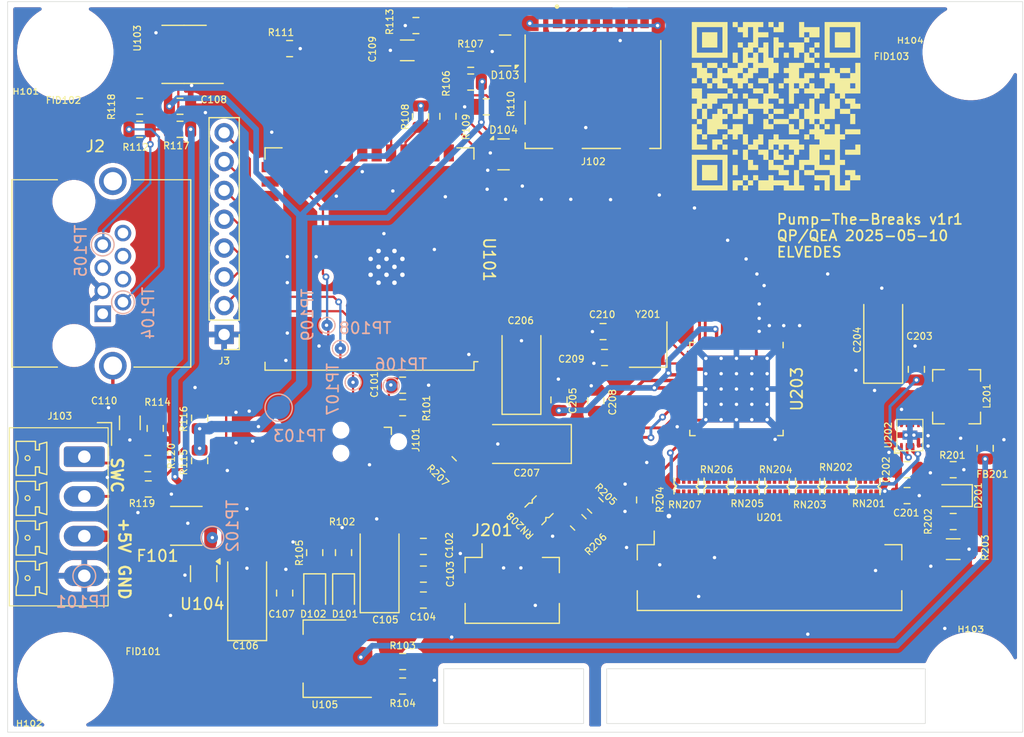
<source format=kicad_pcb>
(kicad_pcb (version 20241229) (generator "pcbnew") (generator_version "9.0")
  (layers (0 "F.Cu" signal) (2 "B.Cu" signal) (13 "F.Paste" user) (15 "B.Paste" user) (5 "F.SilkS" user "F.Silkscreen") (7 "B.SilkS" user "B.Silkscreen") (1 "F.Mask" user) (3 "B.Mask" user) (25 "Edge.Cuts" user))
  (net 0 "")
  (net 1 "GND")
  (net 2 "Net-(J101-Pin_1)")
  (net 3 "+3.3V")
  (net 4 "+5V")
  (net 5 "Net-(U201-Vled+)")
  (net 6 "Net-(D201-A)")
  (net 7 "Net-(U203-VOUT1V2)")
  (net 8 "Net-(U203-X2)")
  (net 9 "Net-(U203-X1{slash}CLK)")
  (net 10 "Net-(D101-K)")
  (net 11 "Net-(D102-K)")
  (net 12 "Net-(D201-K)")
  (net 13 "Net-(U104-VIN)")
  (net 14 "Net-(J101-Pin_5)")
  (net 15 "Net-(J101-Pin_3)")
  (net 16 "Net-(J101-Pin_6)")
  (net 17 "Net-(J102-DAT0)")
  (net 18 "Net-(J102-DET_B)")
  (net 20 "Net-(J102-CD{slash}DAT3)")
  (net 22 "Net-(J102-CLK)")
  (net 23 "Net-(J102-CMD)")
  (net 24 "Net-(U202-SW)")
  (net 25 "Net-(U101-IO47)")
  (net 26 "Net-(U201-Vled-)")
  (net 27 "DISP_DEN")
  (net 28 "Net-(U203-DE)")
  (net 29 "Net-(RN201-R2.2)")
  (net 30 "Net-(RN201-R2.1)")
  (net 31 "Net-(RN201-R4.2)")
  (net 32 "Net-(RN201-R3.1)")
  (net 33 "Net-(RN201-R4.1)")
  (net 34 "Net-(RN201-R3.2)")
  (net 35 "Net-(RN201-R1.1)")
  (net 36 "Net-(RN201-R1.2)")
  (net 37 "Net-(RN202-R1.1)")
  (net 38 "Net-(RN202-R3.1)")
  (net 39 "Net-(RN202-R2.1)")
  (net 40 "Net-(RN202-R3.2)")
  (net 41 "Net-(RN202-R4.2)")
  (net 42 "Net-(RN202-R2.2)")
  (net 43 "Net-(RN202-R4.1)")
  (net 44 "Net-(RN202-R1.2)")
  (net 45 "Net-(RN203-R3.1)")
  (net 46 "Net-(RN203-R4.1)")
  (net 47 "Net-(RN203-R1.2)")
  (net 48 "Net-(RN203-R2.2)")
  (net 49 "Net-(RN203-R1.1)")
  (net 50 "Net-(RN203-R3.2)")
  (net 51 "Net-(RN203-R2.1)")
  (net 52 "Net-(RN203-R4.2)")
  (net 53 "Net-(RN204-R1.1)")
  (net 54 "Net-(RN204-R4.1)")
  (net 55 "Net-(RN204-R1.2)")
  (net 56 "Net-(RN204-R3.1)")
  (net 57 "Net-(RN204-R2.1)")
  (net 58 "Net-(RN204-R3.2)")
  (net 59 "Net-(RN204-R4.2)")
  (net 60 "Net-(RN204-R2.2)")
  (net 61 "Net-(RN205-R3.2)")
  (net 62 "Net-(RN205-R3.1)")
  (net 63 "Net-(RN205-R1.1)")
  (net 64 "Net-(RN205-R4.1)")
  (net 65 "Net-(RN205-R1.2)")
  (net 66 "Net-(RN205-R2.2)")
  (net 67 "Net-(RN205-R4.2)")
  (net 68 "Net-(RN205-R2.1)")
  (net 69 "Net-(RN206-R3.1)")
  (net 70 "Net-(RN206-R2.2)")
  (net 71 "Net-(RN206-R1.1)")
  (net 72 "Net-(RN206-R4.2)")
  (net 73 "Net-(RN206-R4.1)")
  (net 74 "Net-(RN206-R1.2)")
  (net 75 "Net-(RN206-R3.2)")
  (net 76 "Net-(RN206-R2.1)")
  (net 77 "Net-(RN207-R3.2)")
  (net 78 "DISP_HSYNC")
  (net 79 "DISP_EN")
  (net 80 "DISP_CLK")
  (net 81 "Net-(RN207-R4.2)")
  (net 82 "Net-(RN207-R2.2)")
  (net 83 "Net-(RN207-R1.2)")
  (net 84 "DISP_VSYNC")
  (net 85 "Net-(U101-IO21)")
  (net 86 "/BT8xLCD/SPI_D0")
  (net 87 "/BT8xLCD/SPI_CS")
  (net 88 "/BT8xLCD/PD_N")
  (net 89 "/BT8xLCD/SPI_D1")
  (net 90 "/BT8xLCD/SPI_D2")
  (net 91 "Net-(U101-IO48)")
  (net 93 "/BT8xLCD/SPI_SCK")
  (net 94 "/BT8xLCD/SPI_D3")
  (net 96 "/BT8xLCD/INT_N")
  (net 105 "DISP_BL")
  (net 110 "Net-(U105-ADJ)")
  (net 113 "Net-(J201-Pin_3)")
  (net 115 "Net-(J201-Pin_5)")
  (net 116 "Net-(J201-Pin_7)")
  (net 117 "Net-(J201-Pin_6)")
  (net 118 "Net-(RN208-R3.1)")
  (net 119 "Net-(RN208-R4.1)")
  (net 120 "Net-(RN208-R2.1)")
  (net 121 "Net-(RN208-R1.1)")
  (net 123 "Net-(U103-B)")
  (net 126 "Net-(U103-A)")
  (net 131 "Net-(J3-Pin_6)")
  (net 132 "Net-(J3-Pin_5)")
  (net 133 "Net-(J3-Pin_3)")
  (net 134 "Net-(J3-Pin_2)")
  (net 135 "Net-(J3-Pin_4)")
  (net 136 "Net-(J3-Pin_8)")
  (net 137 "Net-(J3-Pin_7)")
  (net 139 "Net-(J103-Pin_3)")
  (net 140 "Net-(J103-Pin_2)")
  (net 141 "Net-(J103-Pin_1)")
  (net 142 "Net-(U202-VIN)")
  (net 143 "Net-(J102-Shield)")
  (net 144 "Net-(D104-K-Pad5)")
  (net 145 "Net-(C110-Pad2)")
  (net 146 "Net-(U101-IO01)")
  (net 147 "Net-(U101-IO02)")
  (footprint "QProducts_Footp:CAY10" (layer "F.Cu") (at 130.411153 69.285847)
    (property "Reference" "RN201")
    (property "Value" "33R")
  )
  (footprint "QProducts_Footp:Case-C" (layer "F.Cu") (at 75.712 78.924 90)
    (property "Reference" "C106")
    (property "Value" "3u3")
  )
  (footprint "QProducts_Footp:R_0805" (layer "F.Cu") (at 90.9828 36.6776 90)
    (property "Reference" "R108")
    (property "Value" "10K")
  )
  (footprint "QProducts_Footp:R_0805" (layer "F.Cu") (at 95.4024 33.6296)
    (property "Reference" "R106")
    (property "Value" "10K")
  )
  (footprint "QProducts_Footp:MountingHole_3.5mm" (layer "F.Cu") (at 59.69 86.36)
    (property "Reference" "H102")
    (property "Value" "M3pad")
  )
  (footprint "QProducts_Footp:L_Bourns-SRN4018" (layer "F.Cu") (at 138.2014 61.3664 -90)
    (property "Reference" "L201")
    (property "Value" "22uH")
  )
  (footprint "QProducts_Footp:C_0805" (layer "F.Cu") (at 134.657653 58.9534 90)
    (property "Reference" "C203")
    (property "Value" "100n")
  )
  (footprint "QProducts_Footp:R_0805" (layer "F.Cu") (at 67.6148 64.1604 90)
    (property "Reference" "R114")
    (property "Value" "120R")
  )
  (footprint "QProducts_Footp:R_0805" (layer "F.Cu") (at 89.408 86.868)
    (property "Reference" "R104")
    (property "Value" "360R")
  )
  (footprint "QProducts_Footp:MLF-8-1EP_2x2mm_P0.5mm_EP0.8x1.3mm_ThermalVias" (layer "F.Cu") (at 134.091347 64.748153 90)
    (property "Reference" "U202")
    (property "Value" "MIC2289-24")
  )
  (footprint "QProducts_Footp:R_0805" (layer "F.Cu") (at 66.9544 67.2592 180)
    (property "Reference" "R120")
    (property "Value" "10K")
  )
  (footprint "QProducts_Footp:R_0805" (layer "F.Cu") (at 71.5264 63.246 -90)
    (property "Reference" "R116")
    (property "Value" "10K")
  )
  (footprint "QProducts_Footp:LED_0805" (layer "F.Cu") (at 84.201 78.6615 -90)
    (property "Reference" "D101")
    (property "Value" "BLUE")
  )
  (footprint "QProducts_Footp:R_0805" (layer "F.Cu") (at 69.7992 37.7952)
    (property "Reference" "R117")
    (property "Value" "680R")
  )
  (footprint "LOGO" (layer "F.Cu") (at 122.3264 35.7886)
    (property "Reference" "G***" (hide yes))
    (property "Value" "LOGO" (hide yes))
  )
  (footprint "QProducts_Footp:Fiducial_1mm_Mask2mm" (layer "F.Cu") (at 59.5376 37.0078)
    (property "Reference" "FID102")
    (property "Value" "Fiducial")
  )
  (footprint "QProducts_Footp:R_0805" (layer "F.Cu") (at 106.3752 70.9422 -45)
    (property "Reference" "R205")
    (property "Value" "2K2")
  )
  (footprint "QProducts_Footp:SOT-223-3_T2" (layer "F.Cu") (at 82.55 84.455 180)
    (property "Reference" "U105")
    (property "Value" "LM317_SOT223")
  )
  (footprint "QProducts_Footp:SO-8" (layer "F.Cu") (at 70.1548 31.1912 180)
    (property "Reference" "U103")
    (property "Value" "THVD1420")
  )
  (footprint "QProducts_Footp:C_0805" (layer "F.Cu") (at 107.188 57.912 180)
    (property "Reference" "C209")
    (property "Value" "15p")
  )
  (footprint "QProducts_Footp:R_0805" (layer "F.Cu") (at 79.4512 30.6832)
    (property "Reference" "R111")
    (property "Value" "10K")
  )
  (footprint "QProducts_Footp:CAY10" (layer "F.Cu") (at 127.661153 69.285847)
    (property "Reference" "RN202")
    (property "Value" "33R")
  )
  (footprint "QProducts_Footp:Case-C" (layer "F.Cu") (at 100.33 65.532 180)
    (property "Reference" "C207")
    (property "Value" "10u")
  )
  (footprint "QProducts_Footp:MountingHole_3.5mm" (layer "F.Cu") (at 59.69 30.988)
    (property "Reference" "H101")
    (property "Value" "M3pad")
  )
  (footprint "Connector_FFC-FPC:Hirose_FH12-10S-0.5SH_1x10-1MP_P0.50mm_Horizontal" (layer "F.Cu") (at 99.06 76.832)
    (property "Reference" "J201")
    (property "Value" "FH12-10S-0.5SH")
  )
  (footprint "QProducts_Footp:CAY10" (layer "F.Cu") (at 101.421177 71.343483 135)
    (property "Reference" "RN208")
    (property "Value" "33R")
  )
  (footprint "QProducts_Footp:R_0805" (layer "F.Cu") (at 93.3958 36.6522 90)
    (property "Reference" "R109")
    (property "Value" "10K")
  )
  (footprint "QProducts_Footp:R_0805" (layer "F.Cu") (at 66.2432 35.7632)
    (property "Reference" "R118")
    (property "Value" "680R")
  )
  (footprint "QProducts_Footp:R_0805" (layer "F.Cu") (at 66.2432 37.7952)
    (property "Reference" "R112")
    (property "Value" "120R")
  )
  (footprint "Package_DFN_QFN:Diodes_UDFN-10_1.0x2.5mm_P0.5mm" (layer "F.Cu") (at 98.298 40.005)
    (property "Reference" "D104")
    (property "Value" "TVS-4x3V3-DFN2510-10")
  )
  (footprint "QProducts_Footp:R_0805" (layer "F.Cu") (at 96.774 35.814 180)
    (property "Reference" "R110")
    (property "Value" "10K")
  )
  (footprint "QProducts_Footp:R_0805" (layer "F.Cu") (at 81.661 75.1055 90)
    (property "Reference" "R105")
    (property "Value" "1K")
  )
  (footprint "QProducts_Footp:R_0805" (layer "F.Cu") (at 71.5264 67.0052 90)
    (property "Reference" "R115")
    (property "Value" "10K")
  )
  (footprint "QProducts_Footp:C_0805" (layer "F.Cu") (at 133.837347 70.082153)
    (property "Reference" "C201")
    (property "Value" "220n,25V")
  )
  (footprint "QProducts_Footp:C_1206" (layer "F.Cu") (at 65.3796 63.6667 90)
    (property "Reference" "C110")
    (property "Value" "1n/2kV")
  )
  (footprint "QProducts_Footp:C_0805" (layer "F.Cu") (at 89.408 60.3504 180)
    (property "Reference" "C101")
    (property "Value" "1u")
  )
  (footprint "QProducts_Footp:MOLEX_104031-0811" (layer "F.Cu") (at 106.172 33.782 180)
    (property "Reference" "J102")
    (property "Value" "Molex_uSDCARD_104031-0811")
  )
  (footprint "QProducts_Footp:Crystal_3225-4" (layer "F.Cu") (at 111.037 56.769 90)
    (property "Reference" "Y201")
    (property "Value" "12MHz")
  )
  (footprint "QProducts_Footp:MountingHole_3.5mm" (layer "F.Cu") (at 139.446 86.36)
    (property "Reference" "H103")
    (property "Value" "M3pad")
  )
  (footprint "QProducts_Footp:C_0805" (layer "F.Cu") (at 69.7992 35.7632 180)
    (property "Reference" "C108")
    (property "Value" "100n")
  )
  (footprint "QProducts_Footp:RJHSE5380" (layer "F.Cu") (at 62.992 54.0512 -90)
    (property "Reference" "J2")
    (property "Value" "CON-RJ45S" (hide yes))
  )
  (footprint "QProducts_Footp:C_0805" (layer "F.Cu") (at 91.2345 74.559)
    (property "Reference" "C102")
    (property "Value" "100n")
  )
  (footprint "QProducts_Footp:C_0805" (layer "F.Cu") (at 106.426 61.722 -90)
    (property "Reference" "C208")
    (property "Value" "220n")
  )
  (footprint "QProducts_Footp:FH12A-40S-0.5SH_1x40-1MP_P0.50mm_Horizontal" (layer "F.Cu") (at 121.725653 75.705847)
    (property "Reference" "U201")
    (property "Value" "TST043015CMHX")
  )
  (footprint "QProducts_Footp:D_0805" (layer "F.Cu") (at 137.901347 70.082153 180)
    (property "Reference" "D201")
    (property "Value" "1N4148")
  )
  (footprint "QProducts_Footp:R_0805" (layer "F.Cu") (at 95.4024 31.623)
    (property "Reference" "R107")
    (property "Value" "10K")
  )
  (footprint "QProducts_Footp:TC2030-IDC-NL" (layer "F.Cu") (at 86.5124 65.3288 180)
    (property "Reference" "J101")
    (property "Value" "Prog")
  )
  (footprint "QProducts_Footp:ESP32-S3-WROOM-1U" (layer "F.Cu") (at 86.487 49.228 180)
    (property "Reference" "U101")
    (property "Value" "ESP32-S3-WROOM-1U")
  )
  (footprint "QProducts_Footp:R_1206" (layer "F.Cu") (at 137.901347 74.803)
    (property "Reference" "R203")
    (property "Value" "1R6")
  )
  (footprint "QProducts_Footp:CAY10" (layer "F.Cu") (at 119.761153 69.285847)
    (property "Reference" "RN205")
    (property "Value" "33R")
  )
  (footprint "QProducts_Footp:R_0805" (layer "F.Cu") (at 93.444087 67.332887 135)
    (property "Reference" "R207")
    (property "Value" "2K2")
  )
  (footprint "QProducts_Footp:C_0805" (layer "F.Cu") (at 103.17975 61.6435 -90)
    (property "Reference" "C205")
    (property "Value" "100n")
  )
  (footprint "QProducts_Footp:C_1206" (layer "F.Cu") (at 89.8144 30.8356)
    (property "Reference" "C109")
    (property "Value" "1n/2kV")
  )
  (footprint "QProducts_Footp:R_0805" (layer "F.Cu") (at 89.408 84.709)
    (property "Reference" "R103")
    (property "Value" "220R")
  )
  (footprint "QProducts_Footp:CON_MCV4H-3.50mm" (layer "F.Cu") (at 61.3664 66.6496 -90)
    (property "Reference" "J103")
    (property "Value" "PWR/SW")
  )
  (footprint "QProducts_Footp:L_0805" (layer "F.Cu") (at 140.716 65.913 90)
    (property "Reference" "FB201")
    (property "Value" "220R")
  )
  (footprint "QProducts_Footp:R_0805" (layer "F.Cu") (at 104.8766 72.4408 -45)
    (property "Reference" "R206")
    (property "Value" "2K2")
  )
  (footprint "QProducts_Footp:C_0805" (layer "F.Cu") (at 91.2345 79.287)
    (property "Reference" "C104")
    (property "Value" "1u")
  )
  (footprint "QProducts_Footp:CAY10" (layer "F.Cu") (at 122.411153 69.285847)
    (property "Reference" "RN204")
    (property "Value" "33R")
  )
  (footprint "QProducts_Footp:Case-C" (layer "F.Cu") (at 87.376 76.464 90)
    (property "Reference" "C105")
    (property "Value" "3u3")
  )
  (footprint "QProducts_Footp:MountingHole_3.5mm" (layer "F.Cu") (at 139.446 30.988)
    (property "Reference" "H104")
    (property "Value" "M3pad")
  )
  (footprint "QProducts_Footp:Case-C" (layer "F.Cu") (at 131.736653 56.239153 90)
    (property "Reference" "C204")
    (property "Value" "10u")
  )
  (footprint "QProducts_Footp:CAY10" (layer "F.Cu") (at 117.061153 69.285847)
    (property "Reference" "RN206")
    (property "Value" "33R")
  )
  (footprint "QProducts_Footp:LED_0805" (layer "F.Cu") (at 81.661 78.6615 -90)
    (property "Reference" "D102")
    (property "Value" "RED")
  )
  (footprint "QProducts_Footp:QFN-56-1EP_8x8mm_P0.5mm_EP5.9x5.9mm_ThermalVias" (layer "F.Cu") (at 118.811153 60.685847 -90)
    (property "Reference" "U203")
    (property "Value" "FT813Q-T")
  )
  (footprint "Fuse:Fuse_1812_4532Metric" (layer "F.Cu") (at 70.358 72.7456 180)
    (property "Reference" "F101")
    (property "Value" "0.5A")
  )
  (footprint "QProducts_Footp:Fiducial_1mm_Mask2mm" (layer "F.Cu") (at 132.461 33.147)
    (property "Reference" "FID103")
    (property "Value" "Fiducial")
  )
  (footprint "Package_TO_SOT_SMD:SOT-363_SC-70-6" (layer "F.Cu") (at 71.882 76.962 -90)
    (property "Reference" "U104")
    (property "Value" "LM66100DCK")
  )
  (footprint "QProducts_Footp:R_0805" (layer "F.Cu") (at 90.5764 28.6512)
    (property "Reference" "R113")
    (property "Value" "120R")
  )
  (footprint "QProducts_Footp:C_0805" (layer "F.Cu") (at 107.061 55.626 180)
    (property "Reference" "C210")
    (property "Value" "15p")
  )
  (footprint "QProducts_Footp:C_0805" (layer "F.Cu") (at 133.837347 67.796153)
    (property "Reference" "C202")
    (property "Value" "2n2,25V")
  )
  (footprint "QProducts_Footp:CAY10" (layer "F.Cu") (at 125.111153 69.285847)
    (property "Reference" "RN203")
    (property "Value" "33R")
  )
  (footprint "QProducts_Footp:R_0805" (layer "F.Cu") (at 137.901347 72.368153 180)
    (property "Reference" "R202")
    (property "Value" "4K7")
  )
  (footprint "QProducts_Footp:Case-C" (layer "F.Cu") (at 99.8728 58.9788 90)
    (property "Reference" "C206")
    (property "Value" "10u")
  )
  (footprint "QProducts_Footp:R_0805" (layer "F.Cu") (at 84.201 75.1055 90)
    (property "Reference" "R102")
    (property "Value" "220R")
  )
  (footprint "QProducts_Footp:R_0805" (layer "F.Cu") (at 67.0052 69.4944 180)
    (property "Reference" "R119")
    (property "Value" "10K")
  )
  (footprint "QProducts_Footp:R_0805" (layer "F.Cu") (at 137.901347 67.796153)
    (property "Reference" "R201")
    (property "Value" "10K")
  )
  (footprint "QProducts_Footp:Fiducial_1mm_Mask2mm" (layer "F.Cu") (at 66.548 85.598)
    (property "Reference" "FID101")
    (property "Value" "Fiducial")
  )
  (footprint "QProducts_Footp:R_0805" (layer "F.Cu") (at 89.408 62.3316 180)
    (property "Reference" "R101")
    (property "Value" "10K")
  )
  (footprint "Package_DFN_QFN:Diodes_UDFN-10_1.0x2.5mm_P0.5mm" (layer "F.Cu") (at 98.4315 30.845 180)
    (property "Reference" "D103")
    (property "Value" "TVS-4x3V3-DFN2510-10")
  )
  (footprint "QProducts_Footp:C_0805" (layer "F.Cu") (at 79.014 78.67 -90)
    (property "Reference" "C107")
    (property "Value" "100n")
  )
  (footprint "QProducts_Footp:R_0805" (layer "F.Cu") (at 110.723347 70.463153 -90)
    (property "Reference" "R204")
    (property "Value" "33R")
  )
  (footprint "QProducts_Footp:C_0805" (layer "F.Cu") (at 91.2345 77.001)
    (property "Reference" "C103")
    (property "Value" "220n")
  )
  (footprint "QProducts_Footp:CON-H1x8V" (layer "F.Cu") (at 73.6854 55.88 180)
    (property "Reference" "J3")
    (property "Value" "CON-H1x8V")
  )
  (footprint "QProducts_Footp:CAY10" (layer "F.Cu") (at 114.411153 69.285847)
    (property "Reference" "RN207")
    (property "Value" "33R")
  )
  (footprint "TestPoint:TestPoint_Pad_D1.0mm" (layer "B.Cu") (at 82.7532 55.0672)
    (property "Reference" "TP109")
    (property "Value" "ESP_{BOOT}")
  )
  (footprint "QProducts_Footp:TestPoint_VirtualPad_D1.0mm" (layer "B.Cu") (at 72.644 73.787 180)
    (property "Reference" "TP102")
    (property "Value" "5V")
  )
  (footprint "TestPoint:TestPoint_Pad_D1.0mm" (layer "B.Cu") (at 83.9216 57.0992)
    (property "Reference" "TP108")
    (property "Value" "ESP_{RX0}")
  )
  (footprint "QProducts_Footp:TestPoint_VirtualPad_D1.0mm" (layer "B.Cu") (at 61.3664 77.1652)
    (property "Reference" "TP101")
    (property "Value" "GND")
  )
  (footprint "QProducts_Footp:TestPoint_VirtualPad_D1.0mm" (layer "B.Cu") (at 64.77 53.0352 90)
    (property "Reference" "TP104")
    (property "Value" "RS485_{B}")
  )
  (footprint "TestPoint:TestPoint_Pad_D2.0mm" (layer "B.Cu") (at 78.486 62.3316)
    (property "Reference" "TP103")
    (property "Value" "3V3")
  )
  (footprint "QProducts_Footp:TestPoint_VirtualPad_D1.0mm" (layer "B.Cu") (at 62.992 47.9552 -90)
    (property "Reference" "TP105")
    (property "Value" "RS485_{A}")
  )
  (footprint "TestPoint:TestPoint_Pad_D1.0mm" (layer "B.Cu") (at 88.392 60.4012)
    (property "Reference" "TP106")
    (property "Value" "ESP_{EN}")
  )
  (footprint "TestPoint:TestPoint_Pad_D1.0mm" (layer "B.Cu") (at 85.0392 60.0964)
    (property "Reference" "TP107")
    (property "Value" "ESP_{TXD0}")
  )
  (gr_rect (start 107.3785 85.344) (end 135.4455 90.17) (stroke (width 0.05)) (fill no) (layer "Edge.Cuts"))
  (gr_rect (start 54.61 26.543) (end 144.018 90.932) (stroke (width 0.05)) (fill no) (layer "Edge.Cuts"))
  (gr_rect (start 93.0275 85.344) (end 105.3465 90.17) (stroke (width 0.05)) (fill no) (layer "Edge.Cuts"))
  (gr_text "+5V" (at 64.3128 71.9328 -90) (layer "F.SilkS") (effects (font (size 1 1) (thickness 0.2) (bold yes)) (justify left bottom)))
  (gr_text "SWC" (at 63.6524 66.5988 270) (layer "F.SilkS") (effects (font (size 1 1) (thickness 0.2) (bold yes)) (justify left bottom)))
  (gr_text "Pump-The-Breaks v1r1\nQP/QEA 2025-05-10\nELVEDES" (at 122.2756 49.149 0) (layer "F.SilkS") (effects (font (size 0.9 0.9) (thickness 0.15) (bold yes)) (justify left bottom)))
  (gr_text "GND" (at 64.3128 76.0476 270) (layer "F.SilkS") (effects (font (size 1 1) (thickness 0.2) (bold yes)) (justify left bottom)))
  (segment (start 120.561153 57.4548) (end 120.561153 58.935847) (width 0.25) (layer "F.Cu") (net 1))
  (segment (start 113.5904 64.0096) (end 114.164153 63.435847) (width 0.25) (layer "F.Cu") (net 1))
  (segment (start 113.702653 72.368153) (end 113.343459 72.368153) (width 0.3) (layer "F.Cu") (net 1))
  (segment (start 100.81 74.982) (end 100.81 74.082) (width 0.2) (layer "F.Cu") (net 1))
  (segment (start 70.485 77.089) (end 70.739 76.835) (width 0.3) (layer "F.Cu") (net 1))
  (segment (start 122.011153 64.573347) (end 122.061153 64.623347) (width 0.2) (layer "F.Cu") (net 1))
  (segment (start 120.561153 56.748347) (end 120.561153 55.857653) (width 0.25) (layer "F.Cu") (net 1))
  (segment (start 130.475653 76.100347) (end 130.475653 73.855847) (width 0.3) (layer "F.Cu") (net 1))
  (segment (start 114.873653 58.935847) (end 115.6208 58.935847) (width 0.3) (layer "F.Cu") (net 1))
  (segment (start 98.31 74.982) (end 98.31 76.442) (width 0.2) (layer "F.Cu") (net 1))
  (segment (start 113.343459 72.368153) (end 112.861153 71.885847) (width 0.3) (layer "F.Cu") (net 1))
  (segment (start 131.061153 76.685847) (end 130.475653 76.100347) (width 0.3) (layer "F.Cu") (net 1))
  (segment (start 108.567 29.972) (end 108.567 28.332) (width 0.3) (layer "F.Cu") (net 1))
  (segment (start 135.625153 65.648153) (end 135.6868 65.7098) (width 0.3) (layer "F.Cu") (net 1))
  (segment (start 134.841347 65.133153) (end 134.456347 64.748153) (width 0.3) (layer "F.Cu") (net 1))
  (segment (start 72.136 76.835) (end 71.882 76.835) (width 0.3) (layer "F.Cu") (net 1))
  (segment (start 133.35 62.484) (end 133.35 63.8395) (width 0.3) (layer "F.Cu") (net 1))
  (segment (start 71.882 77.912) (end 71.882 78.74) (width 0.3) (layer "F.Cu") (net 1))
  (segment (start 100.31 74.982) (end 100.31 74.696) (width 0.2) (layer "F.Cu") (net 1))
  (segment (start 133.35 63.8395) (end 133.341347 63.848153) (width 0.3) (layer "F.Cu") (net 1))
  (segment (start 100.31 74.982) (end 100.31 75.966) (width 0.2) (layer "F.Cu") (net 1))
  (segment (start 134.456347 64.748153) (end 134.091347 64.748153) (width 0.3) (layer "F.Cu") (net 1))
  (segment (start 97.387144 30.845) (end 98.7815 30.845) (width 0.3) (layer "F.Cu") (net 1))
  (segment (start 71.882 76.408) (end 71.486 76.012) (width 0.3) (layer "F.Cu") (net 1))
  (segment (start 120.561153 55.857653) (end 120.814653 55.604153) (width 0.25) (layer "F.Cu") (net 1))
  (segment (start 72.263 76.962) (end 72.136 76.835) (width 0.3) (layer "F.Cu") (net 1))
  (segment (start 75.2094 76.962) (end 72.263 76.962) (width 0.3) (layer "F.Cu") (net 1))
  (segment (start 101.232 73.66) (end 101.346 73.66) (width 0.2) (layer "F.Cu") (net 1))
  (segment (start 120.561153 57.985847) (end 120.561153 57.4548) (width 0.2) (layer "F.Cu") (net 1))
  (segment (start 94.869 35.814) (end 95.8365 35.814) (width 0.3) (layer "F.Cu") (net 1))
  (segment (start 134.841347 65.648153) (end 135.625153 65.648153) (width 0.3) (layer "F.Cu") (net 1))
  (segment (start 114.164153 63.435847) (end 114.873653 63.435847) (width 0.25) (layer "F.Cu") (net 1))
  (segment (start 116.934959 75.485847) (end 116.877653 75.543153) (width 0.3) (layer "F.Cu") (net 1))
  (segment (start 71.882 77.912) (end 71.882 76.581) (width 0.3) (layer "F.Cu") (net 1))
  (segment (start 70.231 77.089) (end 70.485 77.089) (width 0.3) (layer "F.Cu") (net 1))
  (segment (start 97.1296 39.878) (end 97.2566 40.005) (width 0.3) (layer "F.Cu") (net 1))
  (segment (start 70.739 76.835) (end 71.882 76.835) (width 0.3) (layer "F.Cu") (net 1))
  (segment (start 100.31 74.696) (end 101.346 73.66) (width 0.2) (layer "F.Cu") (net 1))
  (segment (start 117.475653 73.855847) (end 117.475653 75.071347) (width 0.3) (layer "F.Cu") (net 1))
  (segment (start 97.2566 40.005) (end 98.7105 40.005) (width 0.3) (layer "F.Cu") (net 1))
  (segment (start 115.6208 58.935847) (end 117.061153 58.935847) (width 0.3) (layer "F.Cu") (net 1))
  (segment (start 100.81 74.082) (end 101.232 73.66) (width 0.2) (layer "F.Cu") (net 1))
  (segment (start 134.841347 65.648153) (end 134.841347 65.133153) (width 0.3) (layer "F.Cu") (net 1))
  (segment (start 71.882 76.581) (end 71.882 76.408) (width 0.3) (layer "F.Cu") (net 1))
  (segment (start 112.861153 71.885847) (end 112.961153 71.985847) (width 0.3) (layer "F.Cu") (net 1))
  (segment (start 101.346 73.66) (end 102.616 73.66) (width 0.2) (layer "F.Cu") (net 1))
  (segment (start 71.486 76.012) (end 71.232 76.012) (width 0.3) (layer "F.Cu") (net 1))
  (segment (start 90.3455 60.3504) (end 91.694 60.3504) (width 0.6) (layer "F.Cu") (net 1))
  (segment (start 100.31 75.966) (end 99.822 76.454) (width 0.2) (layer "F.Cu") (net 1))
  (segment (start 122.061153 64.623347) (end 122.061153 64.978653) (width 0.3) (layer "F.Cu") (net 1))
  (segment (start 86.5124 65.9638) (end 86.36 66.1162) (width 0.2) (layer "F.Cu") (net 1))
  (segment (start 113.975653 72.641153) (end 113.702653 72.368153) (width 0.3) (layer "F.Cu") (net 1))
  (segment (start 117.475653 75.071347) (end 117.061153 75.485847) (width 0.3) (layer "F.Cu") (net 1))
  (segment (start 116.061153 63.435847) (end 118.811153 60.685847) (width 0.25) (layer "F.Cu") (net 1))
  (segment (start 120.561153 58.935847) (end 118.811153 60.685847) (width 0.25) (layer "F.Cu") (net 1))
  (segment (start 113.975653 73.855847) (end 113.975653 72.641153) (width 0.3) (layer "F.Cu") (net 1))
  (segment (start 97.294865 30.937279) (end 97.387144 30.845) (width 0.2) (layer "F.Cu") (net 1))
  (segment (start 114.873653 63.435847) (end 116.061153 63.435847) (width 0.25) (layer "F.Cu") (net 1))
  (segment (start 122.061153 64.978653) (end 122.211653 65.129153) (width 0.3) (layer "F.Cu") (net 1))
  (segment (start 120.561153 56.748347) (end 120.561153 57.4548) (width 0.25) (layer "F.Cu") (net 1))
  (segment (start 75.692 76.4794) (end 75.2094 76.962) (width 0.3) (layer "F.Cu") (net 1))
  (segment (start 121.511153 63.385847) (end 122.011153 63.885847) (width 0.2) (layer "F.Cu") (net 1))
  (segment (start 122.011153 63.885847) (end 122.011153 64.573347) (width 0.2) (layer "F.Cu") (net 1))
  (segment (start 86.36 66.1162) (end 86.36 66.4464) (width 0.2) (layer "F.Cu") (net 1))
  (segment (start 117.061153 75.485847) (end 116.934959 75.485847) (width 0.3) (layer "F.Cu") (net 1))
  (segment (start 98.31 76.442) (end 98.298 76.454) (width 0.2) (layer "F.Cu") (net 1))
  (via (at 75.8952 62.6364) (size 0.6) (drill 0.3) (layers "F.Cu" "B.Cu") (net 1))
  (via (at 113.5904 64.0096) (size 0.6) (drill 0.3) (layers "F.Cu" "B.Cu") (net 1))
  (via (at 76.2 65.278) (size 0.6) (drill 0.3) (layers "F.Cu" "B.Cu") (net 1))
  (via (at 134.5438 56.896) (size 0.6) (drill 0.3) (layers "F.Cu" "B.Cu") (net 1))
  (via (at 87.122 72.136) (size 0.6) (drill 0.3) (layers "F.Cu" "B.Cu") (net 1))
  (via (at 94.488 75.184) (size 0.6) (drill 0.3) (layers "F.Cu" "B.Cu") (net 1))
  (via (at 142.367 65.151) (size 0.6) (drill 0.3) (layers "F.Cu" "B.Cu") (net 1))
  (via (at 138.838847 67.796153) (size 0.6) (drill 0.3) (layers "F.Cu" "B.Cu") (net 1))
  (via (at 97.79 65.532) (size 0.6) (drill 0.3) (layers "F.Cu" "B.Cu") (net 1))
  (via (at 82.042 56.896) (size 0.6) (drill 0.3) (layers "F.Cu" "B.Cu") (net 1))
  (via (at 92.202 86.36) (size 0.6) (drill 0.3) (layers "F.Cu" "B.Cu") (net 1))
  (via (at 98.4758 43.9674) (size 0.6) (drill 0.3) (layers "F.Cu" "B.Cu") (net 1))
  (via (at 116.877653 75.543153) (size 0.6) (drill 0.3) (layers "F.Cu" "B.Cu") (net 1))
  (via (at 105.537 37.6428) (size 0.6) (drill 0.3) (layers "F.Cu" "B.Cu") (net 1))
  (via (at 106.1235 55.626) (size 0.6) (drill 0.3) (layers "F.Cu" "B.Cu") (net 1))
  (via (at 121.703653 55.096153) (size 0.6) (drill 0.3) (layers "F.Cu" "B.Cu") (net 1))
  (via (at 120.814653 54.461153) (size 0.6) (drill 0.3) (layers "F.Cu" "B.Cu") (net 1))
  (via (at 68.961 80.645) (size 0.6) (drill 0.3) (layers "F.Cu" "B.Cu") (net 1))
  (via (at 112.014 43.5864) (size 0.6) (drill 0.3) (layers "F.Cu" "B.Cu") (net 1))
  (via (at 65.3796 65.1764) (size 0.6) (drill 0.3) (layers "F.Cu" "B.Cu") (net 1))
  (via (at 63.5 62.3316) (size 0.6) (drill 0.3) (layers "F.Cu" "B.Cu") (net 1))
  (via (at 79.756 74.168) (size 0.6) (drill 0.3) (layers "F.Cu" "B.Cu") (net 1))
  (via (at 124.370653 55.096153) (size 0.6) (drill 0.3) (layers "F.Cu" "B.Cu") (net 1))
  (via (at 118.0338 47.5742) (size 0.6) (drill 0.3) (layers "F.Cu" "B.Cu") (net 1))
  (via (at 71.12 60.5536) (size 0.6) (drill 0.3) (layers "F.Cu" "B.Cu") (net 1))
  (via (at 121.246453 51.565553) (size 0.6) (drill 0.3) (layers "F.Cu" "B.Cu") (net 1))
  (via (at 138.557 65.024) (size 0.6) (drill 0.3) (layers "F.Cu" "B.Cu") (net 1))
  (via (at 82.677 41.529) (size 0.6) (drill 0.3) (layers "F.Cu" "B.Cu") (net 1))
  (via (at 106.0196 60.4012) (size 0.6) (drill 0.3) (layers "F.Cu" "B.Cu") (net 1))
  (via (at 120.611453 50.549553) (size 0.6) (drill 0.3) (layers "F.Cu" "B.Cu") (net 1))
  (via (at 109.003653 69.066153) (size 0.6) (drill 0.3) (layers "F.Cu" "B.Cu") (net 1))
  (via (at 102.616 73.66) (size 0.6) (drill 0.3) (layers "F.Cu" "B.Cu") (net 1))
  (via (at 79.121 58.166) (size 0.6) (drill 0.3) (layers "F.Cu" "B.Cu") (net 1))
  (via (at 92.202 48.387) (size 0.6) (drill 0.3) (layers "F.Cu" "B.Cu") (net 1))
  (via (at 122.973653 55.096153) (size 0.6) (drill 0.3) (layers "F.Cu" "B.Cu") (net 1))
  (via (at 72.0344 36.322) (size 0.6) (drill 0.3) (layers "F.Cu" "B.Cu") (net 1))
  (via (at 130.974653 60.811153) (size 0.6) (drill 0.3) (layers "F.Cu" "B.Cu") (net 1))
  (via (at 139.301347 74.803) (size 0.6) (drill 0.3) (layers "F.Cu" "B.Cu") (net 1))
  (via (at 74.7268 62.738) (size 0.6) (drill 0.3) (layers "F.Cu" "B.Cu") (net 1))
  (via (at 69.0372 69.9516) (size 0.6) (drill 0.3) (layers "F.Cu" "B.Cu") (net 1))
  (via (at 97.1296 39.878) (size 0.6) (drill 0.3) (layers "F.Cu" "B.Cu") (net 1))
  (via (at 74.7268 65.4304) (size 0.6) (drill 0.3) (layers "F.Cu" "B.Cu") (net 1))
  (via (at 66.0908 71.5772) (size 0.6) (drill 0.3) (layers "F.Cu" "B.Cu") (net 1))
  (via (at 79.248 49.022) (size 0.6) (drill 0.3) (layers "F.Cu" "B.Cu") (net 1))
  (via (at 85.852 41.529) (size 0.6) (drill 0.3) (layers "F.Cu" "B.Cu") (net 1))
  (via (at 84.074 72.898) (size 0.6) (drill 0.3) (layers "F.Cu" "B.Cu") (net 1))
  (via (at 131.061153 76.685847) (size 0.6) (drill 0.3) (layers "F.Cu" "B.Cu") (net 1))
  (via (at 93.726 82.55) (size 0.6) (drill 0.3) (layers "F.Cu" "B.Cu") (net 1))
  (via (at 112.051653 76.178153) (size 0.6) (drill 0.3) (layers "F.Cu" "B.Cu") (net 1))
  (via (at 91.694 60.3504) (size 0.6) (drill 0.3) (layers "F.Cu" "B.Cu") (net 1))
  (via (at 131.609653 51.794153) (size 0.6) (drill 0.3) (layers "F.Cu" "B.Cu") (net 1))
  (via (at 110.908653 67.161153) (size 0.6) (drill 0.3) (layers "F.Cu" "B.Cu") (net 1))
  (via (at 133.35 62.484) (size 0.6) (drill 0.3) (layers "F.Cu" "B.Cu") (net 1))
  (via (at 99.949 42.799) (size 0.6) (drill 0.3) (layers "F.Cu" "B.Cu") (net 1))
  (via (at 126.8476 50.546) (size 0.6) (drill 0.3) (layers "F.Cu" "B.Cu") (net 1))
  (via (at 98.298 76.454) (size 0.6) (drill 0.3) (layers "F.Cu" "B.Cu") (net 1))
  (via (at 75.692 76.4794) (size 0.6) (drill 0.3) (layers "F.Cu" "B.Cu") (net 1))
  (via (at 115.1128 44.7294) (size 0.6) (drill 0.3) (layers "F.Cu" "B.Cu") (net 1))
  (via (at 75.692 71.247) (size 0.6) (drill 0.3) (layers "F.Cu" "B.Cu") (net 1))
  (via (at 107.7214 43.9928) (size 0.6) (drill 0.3) (layers "F.Cu" "B.Cu") (net 1))
  (via (at 137.16 81.788) (size 0.6) (drill 0.3) (layers "F.Cu" "B.Cu") (net 1))
  (via (at 106.2505 58.42) (size 0.6) (drill 0.3) (layers "F.Cu" "B.Cu") (net 1))
  (via (at 83.566 43.688) (size 0.6) (drill 0.3) (layers "F.Cu" "B.Cu") (net 1))
  (via (at 70.231 77.089) (size 0.6) (drill 0.3) (layers "F.Cu" "B.Cu") (net 1))
  (via (at 77.8764 38.0492) (size 0.6) (drill 0.3) (layers "F.Cu" "B.Cu") (net 1))
  (via (at 88.5444 43.2308) (size 0.6) (drill 0.3) (layers "F.Cu" "B.Cu") (net 1))
  (via (at 96.8502 43.0784) (size 0.6) (drill 0.3) (layers "F.Cu" "B.Cu") (net 1))
  (via (at 99.8728 56.4288) (size 0.6) (drill 0.3) (layers "F.Cu" "B.Cu") (net 1))
  (via (at 135.6868 65.7098) (size 0.6) (drill 0.3) (layers "F.Cu" "B.Cu") (net 1))
  (via (at 103.124 59.817) (size 0.6) (drill 0.3) (layers "F.Cu" "B.Cu") (net 1))
  (via (at 70.8152 33.9344) (size 0.6) (drill 0.3) (layers "F.Cu" "B.Cu") (net 1))
  (via (at 70.485 72.517) (size 0.6) (drill 0.3) (layers "F.Cu" "B.Cu") (net 1))
  (via (at 79.121 76.581) (size 0.6) (drill 0.3) (layers "F.Cu" "B.Cu") (net 1))
  (via (at 120.814653 53.191153) (size 0.6) (drill 0.3) (layers "F.Cu" "B.Cu") (net 1))
  (via (at 97.294865 30.937279) (size 0.6) (drill 0.3) (layers "F.Cu" "B.Cu") (net 1))
  (via (at 73.9648 67.8688) (size 0.6) (drill 0.3) (layers "F.Cu" "B.Cu") (net 1))
  (via (at 129.323653 59.033153) (size 0.6) (drill 0.3) (layers "F.Cu" "B.Cu") (net 1))
  (via (at 120.814653 55.604153) (size 0.6) (drill 0.3) (layers "F.Cu" "B.Cu") (net 1))
  (via (at 101.6254 43.9674) (size 0.6) (drill 0.3) (layers "F.Cu" "B.Cu") (net 1))
  (via (at 115.480653 78.972153) (size 0.6) (drill 0.3) (layers "F.Cu" "B.Cu") (net 1))
  (via (at 87.757 46.99) (size 0.6) (drill 0.3) (layers "F.Cu" "B.Cu") (net 1))
  (via (at 86.487 67.3608) (size 0.6) (drill 0.3) (layers "F.Cu" "B.Cu") (net 1))
  (via (at 99.822 76.454) (size 0.6) (drill 0.3) (layers "F.Cu" "B.Cu") (net 1))
  (via (at 112.861153 71.885847) (size 0.8) (drill 0.4) (layers "F.Cu" "B.Cu") (net 1))
  (via (at 122.211653 65.129153) (size 0.6) (drill 0.3) (layers "F.Cu" "B.Cu") (net 1))
  (via (at 79.248 55.753) (size 0.6) (drill 0.3) (layers "F.Cu" "B.Cu") (net 1))
  (via (at 96.901 41.402) (size 0.6) (drill 0.3) (layers "F.Cu" "B.Cu") (net 1))
  (via (at 94.869 35.814) (size 0.6) (drill 0.3) (layers "F.Cu" "B.Cu") (net 1))
  (via (at 104.2162 43.9674) (size 0.6) (drill 0.3) (layers "F.Cu" "B.Cu") (net 1))
  (via (at 109.130653 74.654153) (size 0.6) (drill 0.3) (layers "F.Cu" "B.Cu") (net 1))
  (via (at 101.092 79.756) (size 0.6) (drill 0.3) (layers "F.Cu" "B.Cu") (net 1))
  (via (at 108.9914 71.4756) (size 0.6) (drill 0.3) (layers "F.Cu" "B.Cu") (net 1))
  (via (at 63.3984 68.4784) (size 0.6) (drill 0.3) (layers "F.Cu" "B.Cu") (net 1))
  (via (at 135.6868 64.7954) (size 0.6) (drill 0.3) (layers "F.Cu" "B.Cu") (net 1))
  (via (at 89.6389 28.6512) (size 0.6) (drill 0.3) (layers "F.Cu" "B.Cu") (net 1))
  (via (at 119.6594 49.2252) (size 0.6) (drill 0.3) (layers "F.Cu" "B.Cu") (net 1))
  (via (at 135.927653 76.305153) (size 0.6) (drill 0.3) (layers "F.Cu" "B.Cu") (net 1))
  (via (at 88.3269 30.8356) (size 0.6) (drill 0.3) (layers "F.Cu" "B.Cu") (net 1))
  (via (at 67.6798 29.2862) (size 0.6) (drill 0.3) (layers "F.Cu" "B.Cu") (net 1))
  (via (at 95.237 57.638) (size 0.6) (drill 0.3) (layers "F.Cu" "B.Cu") (net 1))
  (via (at 108.567 29.972) (size 0.6) (drill 0.3) (layers "F.Cu" "B.Cu") (net 1))
  (via (at 93.1672 43.7388) (size 0.6) (drill 0.3) (layers "F.Cu" "B.Cu") (net 1))
  (via (at 134.911653 70.082153) (size 0.6) (drill 0.3) (layers "F.Cu" "B.Cu") (net 1))
  (via (at 80.3887 30.6832) (size 0.6) (drill 0.3) (layers "F.Cu" "B.Cu") (net 1))
  (via (at 132.244653 66.272153) (size 0.6) (drill 0.3) (layers "F.Cu" "B.Cu") (net 1))
  (via (at 79.248 51.308) (size 0.6) (drill 0.3) (layers "F.Cu" "B.Cu") (net 1))
  (via (at 131.8768 69.6976) (size 0.6) (drill 0.3) (layers "F.Cu" "B.Cu") (net 1))
  (via (at 125.095 82.296) (size 0.6) (drill 0.3) (layers "F.Cu" "B.Cu") (net 1))
  (via (at 81.788 49.022) (size 0.6) (drill 0.3) (layers "F.Cu" "B.Cu") (net 1))
  (via (at 135.89 68.072) (size 0.6) (drill 0.3) (layers "F.Cu" "B.Cu") (net 1))
  (segment (start 115.478506 57.3532) (end 115.4684 57.3532) (width 0.6) (layer "B.Cu") (net 1))
  (segment (start 116.111153 63.385847) (end 115.2652 64.2318) (width 0.6) (layer "B.Cu") (net 1))
  (segment (start 115.2652 64.2318) (end 115.2652 64.262) (width 0.6) (layer "B.Cu") (net 1))
  (segment (start 116.111153 57.985847) (end 115.478506 57.3532) (width 0.6) (layer "B.Cu") (net 1))
  (segment (start 122.2248 57.2722) (end 122.2248 57.2262) (width 0.6) (layer "B.Cu") (net 1))
  (segment (start 121.511153 63.385847) (end 121.628047 63.385847) (width 0.6) (layer "B.Cu") (net 1))
  (segment (start 122.2248 63.9826) (end 122.2248 65.116006) (width 0.6) (layer "B.Cu") (net 1))
  (segment (start 121.628047 63.385847) (end 122.2248 63.9826) (width 0.6) (layer "B.Cu") (net 1))
  (segment (start 121.511153 57.985847) (end 122.2248 57.2722) (width 0.6) (layer "B.Cu") (net 1))
  (segment (start 122.2248 65.116006) (end 122.211653 65.129153) (width 0.6) (layer "B.Cu") (net 1))
  (segment (start 88.193702 60.497898) (end 88.3666 60.325) (width 0.2) (layer "F.Cu") (net 2))
  (segment (start 88.193702 64.282498) (end 88.193702 60.497898) (width 0.2) (layer "F.Cu") (net 2))
  (segment (start 87.7824 64.6938) (end 88.193702 64.282498) (width 0.2) (layer "F.Cu") (net 2))
  (segment (start 88.3666 60.325) (end 93.5936 55.098) (width 0.2) (layer "F.Cu") (net 2))
  (segment (start 93.5936 55.098) (end 95.237 55.098) (width 0.2) (layer "F.Cu") (net 2))
  (via (at 88.3666 60.325) (size 0.6) (drill 0.3) (layers "F.Cu" "B.Cu") (net 2))
  (segment (start 97.86215 81.1784) (end 110.988406 81.1784) (width 0.3) (layer "F.Cu") (net 3))
  (segment (start 100.47275 62.581) (end 99.8728 61.98105) (width 1) (layer "F.Cu") (net 3))
  (segment (start 96.167 56.368) (end 97.409 57.61) (width 0.6) (layer "F.Cu") (net 3))
  (segment (start 114.179653 60.585847) (end 111.514959 60.585847) (width 0.3) (layer "F.Cu") (net 3))
  (segment (start 77.7668 64) (end 82.8548 69.088) (width 1) (layer "F.Cu") (net 3))
  (segment (start 96.4415 31.7246) (end 96.4415 33.56666) (width 0.5) (layer "F.Cu") (net 3))
  (segment (start 114.873653 60.435847) (end 114.329653 60.435847) (width 0.3) (layer "F.Cu") (net 3))
  (segment (start 114.329653 60.435847) (end 114.179653 60.585847) (width 0.3) (layer "F.Cu") (net 3))
  (segment (start 112.813653 59.285847) (end 112.963653 59.435847) (width 0.3) (layer "F.Cu") (net 3))
  (segment (start 104.104 31.345) (end 106.367 29.082) (width 0.25) (layer "F.Cu") (net 3))
  (segment (start 96.37856 33.6296) (end 96.3399 33.6296) (width 0.5) (layer "F.Cu") (net 3))
  (segment (start 101.31 74.982) (end 101.31 76.8858) (width 0.3) (layer "F.Cu") (net 3))
  (segment (start 111.514959 60.585847) (end 111.577403 60.585847) (width 0.3) (layer "F.Cu") (net 3))
  (segment (start 90.297 80.264) (end 90.297 79.287) (width 0.3) (layer "F.Cu") (net 3))
  (segment (start 128.361153 77.585847) (end 129.975653 75.971347) (width 0.3) (layer "F.Cu") (net 3))
  (segment (start 87.7824 65.9638) (end 88.3666 65.9638) (width 0.2) (layer "F.Cu") (net 3))
  (segment (start 85.7 82.155) (end 87.108 82.155) (width 0.5) (layer "F.Cu") (net 3))
  (segment (start 100.432 34.482) (end 101.6 35.65) (width 0.2) (layer "F.Cu") (net 3))
  (segment (start 96.3399 37.167735) (end 96.3399 37.3611) (width 0.2) (layer "F.Cu") (net 3))
  (segment (start 103.17975 62.581) (end 100.47275 62.581) (width 1) (layer "F.Cu") (net 3))
  (segment (start 68.8617 34.6225) (end 67.6798 33.4406) (width 0.5) (layer "F.Cu") (net 3))
  (segment (start 90.297 68.961) (end 90.297 74.559) (width 1) (layer "F.Cu") (net 3))
  (segment (start 90.3455 62.3316) (end 91.6917 63.6778) (width 0.6) (layer "F.Cu") (net 3))
  (segment (start 114.523653 60.585847) (end 111.514959 60.585847) (width 0.3) (layer "F.Cu") (net 3))
  (segment (start 97.9105 38.9317) (end 97.9105 39.005) (width 0.2) (layer "F.Cu") (net 3))
  (segment (start 96.3399 37.3611) (end 97.9105 38.9317) (width 0.2) (layer "F.Cu") (net 3))
  (segment (start 105.331287 73.103713) (end 101.619398 76.815602) (width 0.3) (layer "F.Cu") (net 3))
  (segment (start 96.3399 31.623) (end 96.4415 31.7246) (width 0.5) (layer "F.Cu") (net 3))
  (segment (start 96.45331 33.6296) (end 96.50411 33.6804) (width 0.5) (layer "F.Cu") (net 3))
  (segment (start 106.367 29.082) (end 106.367 28.332) (width 0.25) (layer "F.Cu") (net 3))
  (segment (start 101.31 76.8858) (end 101.31 77.67975) (width 0.3) (layer "F.Cu") (net 3))
  (segment (start 112.963653 59.435847) (end 114.873653 59.435847) (width 0.3) (layer "F.Cu") (net 3))
  (segment (start 95.5802 63.6778) (end 90.297 68.961) (width 1) (layer "F.Cu") (net 3))
  (segment (start 101.31 76.815602) (end 101.31 76.8858) (width 0.2) (layer "F.Cu") (net 3))
  (segment (start 95.237 56.368) (end 96.167 56.368) (width 0.6) (layer "F.Cu") (net 3))
  (segment (start 116.936153 55.406653) (end 117.061153 55.531653) (width 0.3) (layer "F.Cu") (net 3))
  (segment (start 99.42055 61.5288) (end 99.8728 61.5288) (width 0.6) (layer "F.Cu") (net 3))
  (segment (start 110.988406 81.1784) (end 114.580959 77.585847) (width 0.3) (layer "F.Cu") (net 3))
  (segment (start 98.819 31.345) (end 104.104 31.345) (width 0.25) (layer "F.Cu") (net 3))
  (segment (start 105.539513 73.103713) (end 105.331287 73.103713) (width 0.3) (layer "F.Cu") (net 3))
  (segment (start 87.108 82.155) (end 88.4705 83.5175) (width 0.5) (layer "F.Cu") (net 3))
  (segment (start 101.311 39.005) (end 97.9105 39.005) (width 0.2) (layer "F.Cu") (net 3))
  (segment (start 98.044 31.345) (end 97.735671 31.345) (width 0.2) (layer "F.Cu") (net 3))
  (segment (start 97.735671 31.345) (end 97.457671 31.623) (width 0.2) (layer "F.Cu") (net 3))
  (segment (start 97.457671 31.623) (end 96.3399 31.623) (width 0.2) (layer "F.Cu") (net 3))
  (segment (start 76.708 64) (end 77.7668 64) (width 1) (layer "F.Cu") (net 3))
  (segment (start 97.83675 81.153) (end 91.186 81.153) (width 0.3) (layer "F.Cu") (net 3))
  (segment (start 99.4156 61.986) (end 97.272 61.986) (width 1) (layer "F.Cu") (net 3))
  (segment (start 114.873653 60.935847) (end 114.523653 60.585847) (width 0.3) (layer "F.Cu") (net 3))
  (segment (start 101.619398 76.815602) (end 101.31 76.815602) (width 0.3) (layer "F.Cu") (net 3))
  (segment (start 96.4415 33.56666) (end 96.37856 33.6296) (width 0.5) (layer "F.Cu") (net 3))
  (segment (start 99.8728 61.98105) (end 99.8728 61.5288) (width 1) (layer "F.Cu") (net 3))
  (segment (start 96.3399 33.6296) (end 96.45331 33.6296) (width 0.5) (layer "F.Cu") (net 3))
  (segment (start 117.061153 55.531653) (end 117.061153 56.748347) (width 0.3) (layer "F.Cu") (net 3))
  (segment (start 97.83675 81.153) (end 97.86215 81.1784) (width 0.3) (layer "F.Cu") (net 3))
  (segment (start 98.044 31.345) (end 99.1585 31.345) (width 0.25) (layer "F.Cu") (net 3))
  (segment (start 114.580959 77.585847) (end 128.361153 77.585847) (width 0.3) (layer "F.Cu") (net 3))
  (segment (start 68.8617 35.7632) (end 68.8617 34.6225) (width 0.5) (layer "F.Cu") (net 3))
  (segment (start 90.297 71.6534) (end 90.297 74.559) (width 1) (layer "F.Cu") (net 3))
  (segment (start 97.409 59.51725) (end 99.42055 61.5288) (width 0.6) (layer "F.Cu") (net 3))
  (segment (start 101.31 77.67975) (end 97.83675 81.153) (width 0.3) (layer "F.Cu") (net 3))
  (segment (start 87.971 79.609) (end 87.376 79.014) (width 1) (layer "F.Cu") (net 3))
  (segment (start 88.3666 65.9638) (end 89.072774 66.669974) (width 0.2) (layer "F.Cu") (net 3))
  (segment (start 67.6798 33.4406) (end 67.6798 33.0962) (width 0.5) (layer "F.Cu") (net 3))
  (segment (start 105.539513 73.103713) (end 107.038113 71.605113) (width 0.3) (layer "F.Cu") (net 3))
  (segment (start 101.6 38.716) (end 101.311 39.005) (width 0.2) (layer "F.Cu") (net 3))
  (segment (start 97.409 57.61) (end 97.409 59.51725) (width 0.6) (layer "F.Cu") (net 3))
  (segment (start 93.3958 35.7147) (end 91.0082 35.7147) (width 0.5) (layer "F.Cu") (net 3))
  (segment (start 97.272 61.986) (end 95.5802 63.6778) (width 1) (layer "F.Cu") (net 3))
  (segment (start 89.072774 66.669974) (end 92.781174 66.669974) (width 0.2) (layer "F.Cu") (net 3))
  (segment (start 87.7316 69.088) (end 90.297 71.6534) (width 1) (layer "F.Cu") (net 3))
  (segment (start 91.6917 63.6778) (end 95.5802 63.6778) (width 0.6) (layer "F.Cu") (net 3))
  (segment (start 91.186 81.153) (end 90.297 80.264) (width 0.3) (layer "F.Cu") (net 3))
  (segment (start 129.975653 75.971347) (end 129.975653 73.855847) (width 0.3) (layer "F.Cu") (net 3))
  (segment (start 99.8728 61.5288) (end 99.4156 61.986) (width 1) (layer "F.Cu") (net 3))
  (segment (start 90.9828 35.7401) (end 91.0082 35.7147) (width 0.3) (layer "F.Cu") (net 3))
  (segment (start 88.4705 83.5175) (end 88.4705 84.709) (width 0.5) (layer "F.Cu") (net 3))
  (segment (start 101.6 35.65) (end 101.6 38.716) (width 0.2) (layer "F.Cu") (net 3))
  (segment (start 82.8548 69.088) (end 87.7316 69.088) (width 1) (layer "F.Cu") (net 3))
  (via (at 91.0082 35.7147) (size 0.6) (drill 0.3) (layers "F.Cu" "B.Cu") (net 3))
  (via (at 71.5264 65.9153) (size 0.6) (drill 0.3) (layers "F.Cu" "B.Cu") (net 3))
  (via (at 76.708 64) (size 0.6) (drill 0.3) (layers "F.Cu" "B.Cu") (net 3))
  (via (at 96.3399 37.167735) (size 0.6) (drill 0.3) (layers "F.Cu" "B.Cu") (net 3))
  (via (at 96.415935 33.592225) (size 0.6) (drill 0.3) (layers "F.Cu" "B.Cu") (net 3))
  (via (at 112.813653 59.285847) (size 0.6) (drill 0.3) (layers "F.Cu" "B.Cu") (net 3))
  (via (at 116.936153 55.406653) (size 0.6) (drill 0.3) (layers "F.Cu" "B.Cu") (net 3))
  (via (at 68.8617 35.7632) (size 0.6) (drill 0.3) (layers "F.Cu" "B.Cu") (net 3))
  (via (at 103.17975 62.581) (size 0.6) (drill 0.3) (layers "F.Cu" "B.Cu") (net 3))
  (via (at 71.5264 64.1835) (size 0.6) (drill 0.3) (layers "F.Cu" "B.Cu") (net 3))
  (via (at 111.577403 60.585847) (size 0.6) (drill 0.3) (layers "F.Cu" "B.Cu") (net 3))
  (segment (start 72.39 64.1835) (end 71.5264 64.1835) (width 1) (layer "B.Cu") (net 3))
  (segment (start 91.0082 35.7147) (end 91.0082 37.0586) (width 0.5) (layer "B.Cu") (net 3))
  (segment (start 72.5735 64) (end 72.39 64.1835) (width 1) (layer "B.Cu") (net 3))
  (segment (start 112.813653 59.285847) (end 112.813653 59.287153) (width 0.3) (layer "B.Cu") (net 3))
  (segment (start 76.708 64) (end 80.518 60.19) (width 1) (layer "B.Cu") (net 3))
  (segment (start 112.813653 59.287153) (end 111.577403 60.523403) (width 0.5) (layer "B.Cu") (net 3))
  (segment (start 76.5048 37.7952) (end 73.7616 35.052) (width 0.5) (layer "B.Cu") (net 3))
  (segment (start 91.0082 37.0586) (end 87.9094 40.1574) (width 0.5) (layer "B.Cu") (net 3))
  (segment (start 87.9094 40.1574) (end 85.6742 40.1574) (width 0.5) (layer "B.Cu") (net 3))
  (segment (start 71.5264 66.0677) (end 71.5264 64.1835) (width 1) (layer "B.Cu") (net 3))
  (segment (start 80.518 45.593) (end 76.5048 41.5798) (width 0.5) (layer "B.Cu") (net 3))
  (segment (start 107.562153 60.585847) (end 105.588847 62.559153) (width 0.5) (layer "B.Cu") (net 3))
  (segment (start 80.518 45.3136) (end 80.518 45.593) (width 0.5) (layer "B.Cu") (net 3))
  (segment (start 111.577403 60.585847) (end 107.562153 60.585847) (width 0.5) (layer "B.Cu") (net 3))
  (segment (start 115.586147 55.406653) (end 112.813653 58.179147) (width 0.5) (layer "B.Cu") (net 3))
  (segment (start 76.708 64) (end 72.5735 64) (width 1) (layer "B.Cu") (net 3))
  (segment (start 88.1126 45.593) (end 96.3399 37.3657) (width 0.5) (layer "B.Cu") (net 3))
  (segment (start 111.577403 60.523403) (end 111.577403 60.585847) (width 0.5) (layer "B.Cu") (net 3))
  (segment (start 69.5729 35.052) (end 68.8617 35.7632) (width 0.5) (layer "B.Cu") (net 3))
  (segment (start 105.588847 62.559153) (end 103.201597 62.559153) (width 0.5) (layer "B.Cu") (net 3))
  (segment (start 103.201597 62.559153) (end 103.17975 62.581) (width 0.5) (layer "B.Cu") (net 3))
  (segment (start 85.6742 40.1574) (end 80.518 45.3136) (width 0.5) (layer "B.Cu") (net 3))
  (segment (start 80.518 45.593) (end 88.1126 45.593) (width 0.5) (layer "B.Cu") (net 3))
  (segment (start 116.936153 55.406653) (end 115.586147 55.406653) (width 0.5) (layer "B.Cu") (net 3))
  (segment (start 80.518 60.19) (end 80.518 45.593) (width 1) (layer "B.Cu") (net 3))
  (segment (start 112.813653 58.179147) (end 112.813653 59.285847) (width 0.5) (layer "B.Cu") (net 3))
  (segment (start 76.5048 41.5798) (end 76.5048 37.7952) (width 0.5) (layer "B.Cu") (net 3))
  (segment (start 73.7616 35.052) (end 69.5729 35.052) (width 0.5) (layer "B.Cu") (net 3))
  (segment (start 96.3399 37.3657) (end 96.3399 33.6296) (width 0.5) (layer "B.Cu") (net 3))
  (segment (start 69.352142 68.539342) (end 70.5612 69.7484) (width 0.6) (layer "F.Cu") (net 4))
  (segment (start 75.8444 69.7484) (end 77.597 71.501) (width 0.6) (layer "F.Cu") (net 4))
  (segment (start 70.5612 69.7484) (end 75.8444 69.7484) (width 0.6) (layer "F.Cu") (net 4))
  (segment (start 81.661 79.599) (end 79.4 81.86) (width 0.3) (layer "F.Cu") (net 4))
  (segment (start 72.532 77.912) (end 72.532 78.294) (width 0.3) (layer "F.Cu") (net 4))
  (segment (start 85.7 84.353) (end 85.725 84.328) (width 0.5) (layer "F.Cu") (net 4))
  (segment (start 85.7 84.455) (end 85.7 84.353) (width 0.5) (layer "F.Cu") (net 4))
  (segment (start 77.597 71.501) (end 77.597 82.652) (width 0.6) (layer "F.Cu") (net 4))
  (segment (start 79.014 84.069) (end 79.4 84.455) (width 1) (layer "F.Cu") (net 4))
  (segment (start 79.4 84.455) (end 78.693 84.455) (width 1) (layer "F.Cu") (net 4))
  (segment (start 69.352142 68.4153) (end 69.352142 68.539342) (width 0.6) (layer "F.Cu") (net 4))
  (segment (start 79.014 79.6075) (end 79.014 84.069) (width 1) (layer "F.Cu") (net 4))
  (segment (start 77.597 82.652) (end 79.4 84.455) (width 0.6) (layer "F.Cu") (net 4))
  (segment (start 78.693 84.455) (end 75.712 81.474) (width 1) (layer "F.Cu") (net 4))
  (segment (start 72.532 78.294) (end 75.712 81.474) (width 0.3) (layer "F.Cu") (net 4))
  (segment (start 79.4 81.86) (end 79.4 84.455) (width 0.3) (layer "F.Cu") (net 4))
  (via (at 85.725 84.328) (size 0.6) (drill 0.3) (layers "F.Cu" "B.Cu") (net 4))
  (via (at 70.7367 37.7952) (size 0.6) (drill 0.3) (layers "F.Cu" "B.Cu") (net 4))
  (via (at 140.716 66.8505) (size 0.6) (drill 0.3) (layers "F.Cu" "B.Cu") (net 4))
  (via (at 69.352142 68.4153) (size 0.6) (drill 0.3) (layers "F.Cu" "B.Cu") (net 4))
  (segment (start 69.342 67.31) (end 69.342 59.783) (width 0.6) (layer "B.Cu") (net 4))
  (segment (start 70.7875 37.846) (end 70.7367 37.7952) (width 0.6) (layer "B.Cu") (net 4))
  (segment (start 70.7875 58.3375) (end 70.7875 37.846) (width 0.6) (layer "B.Cu") (net 4))
  (segment (start 140.716 75.5396) (end 132.9436 83.312) (width 0.5) (layer "B.Cu") (net 4))
  (segment (start 69.342 59.783) (end 70.7875 58.3375) (width 0.6) (layer "B.Cu") (net 4))
  (segment (start 69.352142 68.4153) (end 69.352142 67.320142) (width 0.6) (layer "B.Cu") (net 4))
  (segment (start 86.741 83.312) (end 85.725 84.328) (width 0.5) (layer "B.Cu") (net 4))
  (segment (start 132.9436 83.312) (end 86.741 83.312) (width 0.5) (layer "B.Cu") (net 4))
  (segment (start 69.352142 67.320142) (end 69.342 67.31) (width 0.6) (layer "B.Cu") (net 4))
  (segment (start 140.716 66.8505) (end 140.716 75.5396) (width 0.5) (layer "B.Cu") (net 4))
  (segment (start 132.899847 67.796153) (end 132.899847 70.948254) (width 0.25) (layer "F.Cu") (net 5))
  (segment (start 132.899847 70.948254) (end 130.975653 72.872448) (width 0.25) (layer "F.Cu") (net 5))
  (segment (start 130.975653 72.872448) (end 130.975653 73.855847) (width 0.25) (layer "F.Cu") (net 5))
  (segment (start 133.341347 65.648153) (end 133.341347 67.354653) (width 0.25) (layer "F.Cu") (net 5))
  (segment (start 133.341347 67.354653) (end 132.899847 67.796153) (width 0.25) (layer "F.Cu") (net 5))
  (segment (start 134.774847 67.893153) (end 134.774847 67.796153) (width 0.3) (layer "F.Cu") (net 6))
  (segment (start 136.963847 70.082153) (end 134.774847 67.893153) (width 0.3) (layer "F.Cu") (net 6))
  (segment (start 136.963847 70.082153) (end 136.963847 67.796153) (width 0.3) (layer "F.Cu") (net 6))
  (segment (start 108.2063 62.3547) (end 106.7308 62.3547) (width 0.3) (layer "F.Cu") (net 7))
  (segment (start 114.873653 59.935847) (end 110.625153 59.935847) (width 0.3) (layer "F.Cu") (net 7))
  (segment (start 103.886 65.532) (end 102.88 65.532) (width 0.3) (layer "F.Cu") (net 7))
  (segment (start 110.625153 59.935847) (end 108.2063 62.3547) (width 0.3) (layer "F.Cu") (net 7))
  (segment (start 106.426 62.6595) (end 106.426 62.992) (width 0.3) (layer "F.Cu") (net 7))
  (segment (start 106.7308 62.3547) (end 106.426 62.6595) (width 0.3) (layer "F.Cu") (net 7))
  (segment (start 106.426 62.992) (end 103.886 65.532) (width 0.3) (layer "F.Cu") (net 7))
  (segment (start 114.873653 58.435847) (end 112.453847 58.435847) (width 0.2) (layer "F.Cu") (net 8))
  (segment (start 109.347 59.055) (end 108.458 58.166) (width 0.2) (layer "F.Cu") (net 8))
  (segment (start 111.887 57.869) (end 111.887 57.969) (width 0.2) (layer "F.Cu") (net 8))
  (segment (start 110.801 59.055) (end 109.347 59.055) (width 0.2) (layer "F.Cu") (net 8))
  (segment (start 111.887 57.969) (end 110.801 59.055) (width 0.2) (layer "F.Cu") (net 8))
  (segment (start 112.453847 58.435847) (end 111.887 57.869) (width 0.2) (layer "F.Cu") (net 8))
  (segment (start 110.187 55.871) (end 110.187 55.669) (width 0.2) (layer "F.Cu") (net 9))
  (segment (start 109.898 55.669) (end 109.855 55.626) (width 0.2) (layer "F.Cu") (net 9))
  (segment (start 113.154508 56.67) (end 110.986 56.67) (width 0.2) (layer "F.Cu") (net 9))
  (segment (start 109.855 55.626) (end 107.9985 55.626) (width 0.2) (layer "F.Cu") (net 9))
  (segment (start 114.873653 57.935847) (end 114.420355 57.935847) (width 0.2) (layer "F.Cu") (net 9))
  (segment (start 110.986 56.67) (end 110.187 55.871) (width 0.2) (layer "F.Cu") (net 9))
  (segment (start 110.187 55.669) (end 109.898 55.669) (width 0.2) (layer "F.Cu") (net 9))
  (segment (start 114.420355 57.935847) (end 113.154508 56.67) (width 0.2) (layer "F.Cu") (net 9))
  (segment (start 84.201 77.724) (end 84.201 76.043) (width 0.5) (layer "F.Cu") (net 10))
  (segment (start 81.661 77.724) (end 81.661 76.043) (width 0.5) (layer "F.Cu") (net 11))
  (segment (start 137.8712 69.114506) (end 137.8712 65.8622) (width 0.25) (layer "F.Cu") (net 12))
  (segment (start 134.5547 63.1698) (end 134.341347 63.383153) (width 0.25) (layer "F.Cu") (net 12))
  (segment (start 138.838847 70.082153) (end 138.838847 72.368153) (width 0.25) (layer "F.Cu") (net 12))
  (segment (start 137.8712 65.8622) (end 135.1788 63.1698) (width 0.25) (layer "F.Cu") (net 12))
  (segment (start 135.1788 63.1698) (end 134.5547 63.1698) (width 0.25) (layer "F.Cu") (net 12))
  (segment (start 134.341347 63.383153) (end 134.341347 63.848153) (width 0.25) (layer "F.Cu") (net 12))
  (segment (start 138.838847 70.082153) (end 137.8712 69.114506) (width 0.25) (layer "F.Cu") (net 12))
  (segment (start 72.571 73.66) (end 72.571 75.497) (width 0.5) (layer "F.Cu") (net 13))
  (via (at 72.644 73.787) (size 0.6) (drill 0.3) (layers "F.Cu" "B.Cu") (net 13))
  (segment (start 83.9216 62.1284) (end 85.2424 63.4492) (width 0.2) (layer "F.Cu") (net 14))
  (segment (start 83.7692 53.0098) (end 83.3174 52.558) (width 0.2) (layer "F.Cu") (net 14))
  (segment (start 85.2424 63.4492) (end 85.2424 64.6938) (width 0.2) (layer "F.Cu") (net 14))
  (segment (start 83.3174 52.558) (end 77.737 52.558) (width 0.2) (layer "F.Cu") (net 14))
  (segment (start 83.9216 57.0992) (end 83.9216 62.1284) (width 0.2) (layer "F.Cu") (net 14))
  (via (at 83.9216 57.0992) (size 0.6) (drill 0.3) (layers "F.Cu" "B.Cu") (net 14))
  (via (at 83.7692 53.0098) (size 0.6) (drill 0.3) (layers "F.Cu" "B.Cu") (net 14))
  (segment (start 83.9216 53.1622) (end 83.7692 53.0098) (width 0.2) (layer "B.Cu") (net 14))
  (segment (start 83.9216 57.0992) (end 83.9216 53.1622) (width 0.2) (layer "B.Cu") (net 14))
  (segment (start 86.5632 64.643) (end 86.5124 64.6938) (width 0.2) (layer "F.Cu") (net 15))
  (segment (start 86.5632 63.1952) (end 86.5632 64.643) (width 0.2) (layer "F.Cu") (net 15))
  (segment (start 85.0392 54.7624) (end 84.1048 53.828) (width 0.2) (layer "F.Cu") (net 15))
  (segment (start 85.0392 60.0964) (end 85.0392 54.7624) (width 0.2) (layer "F.Cu") (net 15))
  (segment (start 84.1048 53.828) (end 77.737 53.828) (width 0.2) (layer "F.Cu") (net 15))
  (segment (start 85.0392 60.0964) (end 85.0392 61.6712) (width 0.2) (layer "F.Cu") (net 15))
  (segment (start 85.0392 61.6712) (end 86.5632 63.1952) (width 0.2) (layer "F.Cu") (net 15))
  (via (at 85.0392 60.0964) (size 0.6) (drill 0.3) (layers "F.Cu" "B.Cu") (net 15))
  (segment (start 82.8548 55.2196) (end 82.8548 64.6176) (width 0.2) (layer "F.Cu") (net 16))
  (segment (start 84.6074 65.3288) (end 85.2424 65.9638) (width 0.2) (layer "F.Cu") (net 16))
  (segment (start 82.388 50.5364) (end 82.388 44.829) (width 0.2) (layer "F.Cu") (net 16))
  (segment (start 82.8548 64.6176) (end 83.566 65.3288) (width 0.2) (layer "F.Cu") (net 16))
  (segment (start 78.687 41.128) (end 77.737 41.128) (width 0.2) (layer "F.Cu") (net 16))
  (segment (start 82.7024 55.0672) (end 82.8548 55.2196) (width 0.2) (layer "F.Cu") (net 16))
  (segment (start 82.388 44.829) (end 78.687 41.128) (width 0.2) (layer "F.Cu") (net 16))
  (segment (start 83.566 65.3288) (end 84.6074 65.3288) (width 0.2) (layer "F.Cu") (net 16))
  (segment (start 82.6516 50.8) (end 82.388 50.5364) (width 0.2) (layer "F.Cu") (net 16))
  (via (at 82.6516 50.8) (size 0.6) (drill 0.3) (layers "F.Cu" "B.Cu") (net 16))
  (via (at 82.7024 55.0672) (size 0.6) (drill 0.3) (layers "F.Cu" "B.Cu") (net 16))
  (segment (start 82.7532 50.9016) (end 82.7532 55.0164) (width 0.2) (layer "B.Cu") (net 16))
  (segment (start 82.7532 55.0164) (end 82.7024 55.0672) (width 0.2) (layer "B.Cu") (net 16))
  (segment (start 82.6516 50.8) (end 82.7532 50.9016) (width 0.2) (layer "B.Cu") (net 16))
  (segment (start 93.9777 37.5897) (end 93.3958 37.5897) (width 0.2) (layer "F.Cu") (net 17))
  (segment (start 96.901 40.513) (end 93.9777 37.5897) (width 0.2) (layer "F.Cu") (net 17))
  (segment (start 90.932 38.928) (end 91.2774 38.5826) (width 0.2) (layer "F.Cu") (net 17))
  (segment (start 90.932 39.878) (end 90.932 38.928) (width 0.2) (layer "F.Cu") (net 17))
  (segment (start 105.791 40.513) (end 96.901 40.513) (width 0.2) (layer "F.Cu") (net 17))
  (segment (start 109.667 36.637) (end 105.791 40.513) (width 0.2) (layer "F.Cu") (net 17))
  (segment (start 109.667 28.332) (end 109.667 36.637) (width 0.2) (layer "F.Cu") (net 17))
  (segment (start 91.2774 38.5826) (end 92.4029 38.5826) (width 0.2) (layer "F.Cu") (net 17))
  (segment (start 92.4029 38.5826) (end 93.3958 37.5897) (width 0.2) (layer "F.Cu") (net 17))
  (segment (start 98.044 31.845) (end 98.044 35.4815) (width 0.2) (layer "F.Cu") (net 18))
  (segment (start 98.819 34.684) (end 98.819 31.845) (width 0.2) (layer "F.Cu") (net 18))
  (segment (start 97.7115 35.814) (end 97.7115 35.7355) (width 0.2) (layer "F.Cu") (net 18))
  (segment (start 90.0938 34.798) (end 88.392 36.4998) (width 0.2) (layer "F.Cu") (net 18))
  (segment (start 100.432 38.182) (end 100.432 36.297) (width 0.2) (layer "F.Cu") (net 18))
  (segment (start 96.774 34.798) (end 90.0938 34.798) (width 0.2) (layer "F.Cu") (net 18))
  (segment (start 98.044 35.4815) (end 97.7115 35.814) (width 0.2) (layer "F.Cu") (net 18))
  (segment (start 88.392 36.4998) (end 88.392 39.878) (width 0.2) (layer "F.Cu") (net 18))
  (segment (start 98.044 31.845) (end 98.819 31.845) (width 0.2) (layer "F.Cu") (net 18))
  (segment (start 97.7115 35.7355) (end 96.774 34.798) (width 0.2) (layer "F.Cu") (net 18))
  (segment (start 100.432 36.297) (end 98.819 34.684) (width 0.2) (layer "F.Cu") (net 18))
  (segment (start 85.852 39.878) (end 85.852 36.9824) (width 0.2) (layer "F.Cu") (net 20))
  (segment (start 104.167 28.929) (end 103.2764 29.8196) (width 0.2) (layer "F.Cu") (net 20))
  (segment (start 95.5294 29.8196) (end 94.5665 30.7825) (width 0.2) (layer "F.Cu") (net 20))
  (segment (start 85.852 36.9824) (end 89.916 32.9184) (width 0.2) (layer "F.Cu") (net 20))
  (segment (start 89.916 32.9184) (end 93.2711 32.9184) (width 0.2) (layer "F.Cu") (net 20))
  (segment (start 94.5665 30.7825) (end 94.5665 31.5214) (width 0.2) (layer "F.Cu") (net 20))
  (segment (start 104.167 28.332) (end 104.167 28.929) (width 0.2) (layer "F.Cu") (net 20))
  (segment (start 94.5665 31.5214) (end 94.4649 31.623) (width 0.2) (layer "F.Cu") (net 20))
  (segment (start 93.2711 32.9184) (end 94.4649 31.7246) (width 0.2) (layer "F.Cu") (net 20))
  (segment (start 94.4649 31.7246) (end 94.4649 31.623) (width 0.2) (layer "F.Cu") (net 20))
  (segment (start 103.2764 29.8196) (end 95.5294 29.8196) (width 0.2) (layer "F.Cu") (net 20))
  (segment (start 101.6254 39.497) (end 102.235 38.8874) (width 0.2) (layer "F.Cu") (net 22))
  (segment (start 91.8695 36.7284) (end 94.869 36.7284) (width 0.2) (layer "F.Cu") (net 22))
  (segment (start 94.869 36.7284) (end 97.6376 39.497) (width 0.2) (layer "F.Cu") (net 22))
  (segment (start 90.9828 37.6151) (end 91.8695 36.7284) (width 0.2) (layer "F.Cu") (net 22))
  (segment (start 97.6376 39.497) (end 101.6254 39.497) (width 0.2) (layer "F.Cu") (net 22))
  (segment (start 89.662 38.9359) (end 90.9828 37.6151) (width 0.2) (layer "F.Cu") (net 22))
  (segment (start 102.235 38.8874) (end 102.235 37.0586) (width 0.2) (layer "F.Cu") (net 22))
  (segment (start 102.235 37.0586) (end 107.467 31.8266) (width 0.2) (layer "F.Cu") (net 22))
  (segment (start 89.662 39.878) (end 89.662 38.9359) (width 0.2) (layer "F.Cu") (net 22))
  (segment (start 107.467 31.8266) (end 107.467 28.332) (width 0.2) (layer "F.Cu") (net 22))
  (segment (start 87.122 36.7792) (end 90.1272 33.774) (width 0.2) (layer "F.Cu") (net 23))
  (segment (start 94.4649 33.66826) (end 94.4649 33.6296) (width 0.2) (layer "F.Cu") (net 23))
  (segment (start 94.50356 33.6296) (end 95.355 32.77816) (width 0.2) (layer "F.Cu") (net 23))
  (segment (start 94.35916 33.774) (end 94.4649 33.66826) (width 0.2) (layer "F.Cu") (net 23))
  (segment (start 87.122 39.878) (end 87.122 36.7792) (width 0.2) (layer "F.Cu") (net 23))
  (segment (start 94.4649 33.6296) (end 94.50356 33.6296) (width 0.2) (layer "F.Cu") (net 23))
  (segment (start 95.355 32.77816) (end 95.355 31.0862) (width 0.2) (layer "F.Cu") (net 23))
  (segment (start 105.267 28.809) (end 105.267 28.332) (width 0.2) (layer "F.Cu") (net 23))
  (segment (start 90.1272 33.774) (end 94.35916 33.774) (width 0.2) (layer "F.Cu") (net 23))
  (segment (start 96.1136 30.3276) (end 103.7484 30.3276) (width 0.2) (layer "F.Cu") (net 23))
  (segment (start 103.7484 30.3276) (end 105.267 28.809) (width 0.2) (layer "F.Cu") (net 23))
  (segment (start 95.355 31.0862) (end 96.1136 30.3276) (width 0.2) (layer "F.Cu") (net 23))
  (segment (start 133.841347 63.848153) (end 133.841347 63.246757) (width 0.25) (layer "F.Cu") (net 24))
  (segment (start 133.841347 63.246757) (end 134.440951 62.647153) (width 0.25) (layer "F.Cu") (net 24))
  (segment (start 134.440951 62.647153) (end 137.957153 62.647153) (width 0.25) (layer "F.Cu") (net 24))
  (segment (start 137.957153 62.647153) (end 138.2014 62.8914) (width 0.25) (layer "F.Cu") (net 24))
  (segment (start 78.2089 30.6832) (end 78.0819 30.5562) (width 0.3) (layer "F.Cu") (net 25))
  (segment (start 78.5137 30.6832) (end 78.5137 31.0157) (width 0.3) (layer "F.Cu") (net 25))
  (segment (start 78.0819 30.5562) (end 72.6806 30.5562) (width 0.3) (layer "F.Cu") (net 25))
  (segment (start 78.5137 31.0157) (end 82.042 34.544) (width 0.3) (layer "F.Cu") (net 25))
  (segment (start 82.042 34.544) (end 82.042 39.878) (width 0.3) (layer "F.Cu") (net 25))
  (segment (start 72.6298 30.5562) (end 72.6298 31.8262) (width 0.25) (layer "F.Cu") (net 25))
  (segment (start 78.5137 30.6832) (end 78.2089 30.6832) (width 0.3) (layer "F.Cu") (net 25))
  (segment (start 131.555653 73.935847) (end 131.475653 73.855847) (width 0.25) (layer "F.Cu") (net 26))
  (segment (start 133.836153 73.935847) (end 131.555653 73.935847) (width 0.25) (layer "F.Cu") (net 26))
  (segment (start 136.963847 72.368153) (end 136.963847 74.400153) (width 0.25) (layer "F.Cu") (net 26))
  (segment (start 135.403847 72.368153) (end 133.836153 73.935847) (width 0.25) (layer "F.Cu") (net 26))
  (segment (start 136.963847 72.368153) (end 135.403847 72.368153) (width 0.25) (layer "F.Cu") (net 26))
  (segment (start 114.975653 74.905153) (end 114.975653 73.855847) (width 0.25) (layer "F.Cu") (net 27))
  (segment (start 114.845653 75.035153) (end 114.975653 74.905153) (width 0.25) (layer "F.Cu") (net 27))
  (segment (start 111.035653 71.272847) (end 111.035653 74.400153) (width 0.25) (layer "F.Cu") (net 27))
  (segment (start 110.698653 70.935847) (end 111.035653 71.272847) (width 0.25) (layer "F.Cu") (net 27))
  (segment (start 111.035653 74.400153) (end 111.670653 75.035153) (width 0.25) (layer "F.Cu") (net 27))
  (segment (start 111.670653 75.035153) (end 114.845653 75.035153) (width 0.25) (layer "F.Cu") (net 27))
  (segment (start 115.561153 64.623347) (end 110.723347 69.461153) (width 0.25) (layer "F.Cu") (net 28))
  (segment (start 110.723347 69.461153) (end 110.723347 69.525653) (width 0.25) (layer "F.Cu") (net 28))
  (segment (start 122.748653 57.435847) (end 124.872645 57.435847) (width 0.25) (layer "F.Cu") (net 29))
  (segment (start 124.872645 57.435847) (end 130.161153 62.724355) (width 0.25) (layer "F.Cu") (net 29))
  (segment (start 130.161153 62.724355) (end 130.161153 68.785847) (width 0.25) (layer "F.Cu") (net 29))
  (segment (start 130.161153 69.785847) (end 130.161153 70.922243) (width 0.25) (layer "F.Cu") (net 30))
  (segment (start 128.475653 72.607743) (end 128.475653 73.855847) (width 0.25) (layer "F.Cu") (net 30))
  (segment (start 130.161153 70.922243) (end 128.475653 72.607743) (width 0.25) (layer "F.Cu") (net 30))
  (segment (start 124.695437 55.985847) (end 131.161153 62.451563) (width 0.25) (layer "F.Cu") (net 31))
  (segment (start 121.561153 56.138847) (end 121.714153 55.985847) (width 0.25) (layer "F.Cu") (net 31))
  (segment (start 131.161153 62.451563) (end 131.161153 68.785847) (width 0.25) (layer "F.Cu") (net 31))
  (segment (start 121.561153 56.748347) (end 121.561153 56.138847) (width 0.25) (layer "F.Cu") (net 31))
  (segment (start 121.714153 55.985847) (end 124.695437 55.985847) (width 0.25) (layer "F.Cu") (net 31))
  (segment (start 128.975653 72.744139) (end 128.975653 73.855847) (width 0.25) (layer "F.Cu") (net 32))
  (segment (start 130.611153 69.735847) (end 130.611153 71.108639) (width 0.25) (layer "F.Cu") (net 32))
  (segment (start 130.611153 71.108639) (end 128.975653 72.744139) (width 0.25) (layer "F.Cu") (net 32))
  (segment (start 130.661153 69.785847) (end 130.611153 69.735847) (width 0.25) (layer "F.Cu") (net 32))
  (segment (start 129.475653 72.880535) (end 129.475653 73.855847) (width 0.25) (layer "F.Cu") (net 33))
  (segment (start 131.161153 69.785847) (end 131.161153 71.195035) (width 0.25) (layer "F.Cu") (net 33))
  (segment (start 131.161153 71.195035) (end 129.475653 72.880535) (width 0.25) (layer "F.Cu") (net 33))
  (segment (start 130.661153 62.587959) (end 130.661153 68.785847) (width 0.25) (layer "F.Cu") (net 34))
  (segment (start 122.061153 56.748347) (end 124.821541 56.748347) (width 0.25) (layer "F.Cu") (net 34))
  (segment (start 124.821541 56.748347) (end 130.661153 62.587959) (width 0.25) (layer "F.Cu") (net 34))
  (segment (start 127.975653 72.471347) (end 127.975653 73.855847) (width 0.25) (layer "F.Cu") (net 35))
  (segment (start 129.661153 69.785847) (end 129.661153 70.785847) (width 0.25) (layer "F.Cu") (net 35))
  (segment (start 129.661153 70.785847) (end 127.975653 72.471347) (width 0.25) (layer "F.Cu") (net 35))
  (segment (start 129.661153 62.860751) (end 129.661153 68.785847) (width 0.25) (layer "F.Cu") (net 36))
  (segment (start 122.748653 57.935847) (end 124.736249 57.935847) (width 0.25) (layer "F.Cu") (net 36))
  (segment (start 124.736249 57.935847) (end 129.661153 62.860751) (width 0.25) (layer "F.Cu") (net 36))
  (segment (start 125.975653 71.821347) (end 125.975653 73.855847) (width 0.25) (layer "F.Cu") (net 37))
  (segment (start 126.911153 69.785847) (end 126.911153 70.885847) (width 0.25) (layer "F.Cu") (net 37))
  (segment (start 126.911153 70.885847) (end 125.975653 71.821347) (width 0.25) (layer "F.Cu") (net 37))
  (segment (start 127.911153 71.235847) (end 126.975653 72.171347) (width 0.25) (layer "F.Cu") (net 38))
  (segment (start 127.911153 69.785847) (end 127.911153 71.235847) (width 0.25) (layer "F.Cu") (net 38))
  (segment (start 126.975653 72.171347) (end 126.975653 73.855847) (width 0.25) (layer "F.Cu") (net 38))
  (segment (start 127.411153 71.022243) (end 126.475653 71.957743) (width 0.25) (layer "F.Cu") (net 39))
  (segment (start 126.475653 71.957743) (end 126.475653 73.855847) (width 0.25) (layer "F.Cu") (net 39))
  (segment (start 127.411153 69.785847) (end 127.411153 71.022243) (width 0.25) (layer "F.Cu") (net 39))
  (segment (start 124.463457 58.935847) (end 127.911153 62.383543) (width 0.25) (layer "F.Cu") (net 40))
  (segment (start 122.748653 58.935847) (end 124.463457 58.935847) (width 0.25) (layer "F.Cu") (net 40))
  (segment (start 127.911153 62.383543) (end 127.911153 68.785847) (width 0.25) (layer "F.Cu") (net 40))
  (segment (start 124.599853 58.435847) (end 128.411153 62.247147) (width 0.25) (layer "F.Cu") (net 41))
  (segment (start 122.748653 58.435847) (end 124.599853 58.435847) (width 0.25) (layer "F.Cu") (net 41))
  (segment (start 128.411153 62.247147) (end 128.411153 68.785847) (width 0.25) (layer "F.Cu") (net 41))
  (segment (start 127.411153 62.519939) (end 127.411153 68.785847) (width 0.25) (layer "F.Cu") (net 42))
  (segment (start 122.748653 59.435847) (end 124.327061 59.435847) (width 0.25) (layer "F.Cu") (net 42))
  (segment (start 124.327061 59.435847) (end 127.411153 62.519939) (width 0.25) (layer "F.Cu") (net 42))
  (segment (start 128.411153 69.785847) (end 128.411153 71.372243) (width 0.25) (layer "F.Cu") (net 43))
  (segment (start 128.411153 71.372243) (end 127.475653 72.307743) (width 0.25) (layer "F.Cu") (net 43))
  (segment (start 127.475653 72.307743) (end 127.475653 73.855847) (width 0.25) (layer "F.Cu") (net 43))
  (segment (start 124.190665 59.935847) (end 126.911153 62.656335) (width 0.25) (layer "F.Cu") (net 44))
  (segment (start 122.748653 59.935847) (end 124.190665 59.935847) (width 0.25) (layer "F.Cu") (net 44))
  (segment (start 126.911153 62.656335) (end 126.911153 68.785847) (width 0.25) (layer "F.Cu") (net 44))
  (segment (start 125.361153 69.785847) (end 125.361153 70.985847) (width 0.25) (layer "F.Cu") (net 45))
  (segment (start 125.361153 70.985847) (end 124.975653 71.371347) (width 0.25) (layer "F.Cu") (net 45))
  (segment (start 124.975653 71.371347) (end 124.975653 73.855847) (width 0.25) (layer "F.Cu") (net 45))
  (segment (start 125.861153 69.785847) (end 125.861153 71.185847) (width 0.25) (layer "F.Cu") (net 46))
  (segment (start 125.861153 71.185847) (end 125.475653 71.571347) (width 0.25) (layer "F.Cu") (net 46))
  (segment (start 125.475653 71.571347) (end 125.475653 73.855847) (width 0.25) (layer "F.Cu") (net 46))
  (segment (start 124.361153 67.685847) (end 124.361153 68.785847) (width 0.25) (layer "F.Cu") (net 47))
  (segment (start 123.645081 61.935847) (end 124.911153 63.201919) (width 0.25) (layer "F.Cu") (net 47))
  (segment (start 124.911153 67.135847) (end 124.361153 67.685847) (width 0.25) (layer "F.Cu") (net 47))
  (segment (start 122.748653 61.935847) (end 123.645081 61.935847) (width 0.25) (layer "F.Cu") (net 47))
  (segment (start 124.911153 63.201919) (end 124.911153 67.135847) (width 0.25) (layer "F.Cu") (net 47))
  (segment (start 124.861153 67.822243) (end 124.861153 68.785847) (width 0.25) (layer "F.Cu") (net 48))
  (segment (start 125.361153 67.322243) (end 124.861153 67.822243) (width 0.25) (layer "F.Cu") (net 48))
  (segment (start 123.781477 61.435847) (end 125.361153 63.015523) (width 0.25) (layer "F.Cu") (net 48))
  (segment (start 122.748653 61.435847) (end 123.781477 61.435847) (width 0.25) (layer "F.Cu") (net 48))
  (segment (start 125.361153 63.015523) (end 125.361153 67.322243) (width 0.25) (layer "F.Cu") (net 48))
  (segment (start 123.975653 71.053951) (end 123.975653 73.855847) (width 0.25) (layer "F.Cu") (net 49))
  (segment (start 124.361153 70.668451) (end 123.975653 71.053951) (width 0.25) (layer "F.Cu") (net 49))
  (segment (start 124.361153 69.785847) (end 124.361153 70.668451) (width 0.25) (layer "F.Cu") (net 49))
  (segment (start 122.748653 60.935847) (end 123.917873 60.935847) (width 0.25) (layer "F.Cu") (net 50))
  (segment (start 125.811153 67.635847) (end 125.361153 68.085847) (width 0.25) (layer "F.Cu") (net 50))
  (segment (start 123.917873 60.935847) (end 125.811153 62.829127) (width 0.25) (layer "F.Cu") (net 50))
  (segment (start 125.361153 68.085847) (end 125.361153 68.785847) (width 0.25) (layer "F.Cu") (net 50))
  (segment (start 125.811153 62.829127) (end 125.811153 67.635847) (width 0.25) (layer "F.Cu") (net 50))
  (segment (start 124.861153 69.785847) (end 124.861153 70.804847) (width 0.25) (layer "F.Cu") (net 51))
  (segment (start 124.475653 71.190347) (end 124.475653 73.855847) (width 0.25) (layer "F.Cu") (net 51))
  (segment (start 124.861153 70.804847) (end 124.475653 71.190347) (width 0.25) (layer "F.Cu") (net 51))
  (segment (start 126.261153 67.822243) (end 125.861153 68.222243) (width 0.25) (layer "F.Cu") (net 52))
  (segment (start 125.861153 68.222243) (end 125.861153 68.785847) (width 0.25) (layer "F.Cu") (net 52))
  (segment (start 124.054269 60.435847) (end 126.261153 62.642731) (width 0.25) (layer "F.Cu") (net 52))
  (segment (start 122.748653 60.435847) (end 124.054269 60.435847) (width 0.25) (layer "F.Cu") (net 52))
  (segment (start 126.261153 62.642731) (end 126.261153 67.822243) (width 0.25) (layer "F.Cu") (net 52))
  (segment (start 121.661153 69.785847) (end 121.661153 71.454595) (width 0.25) (layer "F.Cu") (net 53))
  (segment (start 121.661153 71.454595) (end 121.975653 71.769095) (width 0.25) (layer "F.Cu") (net 53))
  (segment (start 121.975653 71.769095) (end 121.975653 73.855847) (width 0.25) (layer "F.Cu") (net 53))
  (segment (start 123.161153 71.035847) (end 123.475653 71.350347) (width 0.25) (layer "F.Cu") (net 54))
  (segment (start 123.161153 69.785847) (end 123.161153 71.035847) (width 0.25) (layer "F.Cu") (net 54))
  (segment (start 123.475653 71.350347) (end 123.475653 73.855847) (width 0.25) (layer "F.Cu") (net 54))
  (segment (start 121.661153 67.576659) (end 121.661153 68.785847) (width 0.25) (layer "F.Cu") (net 55))
  (segment (start 122.973653 64.160847) (end 122.973653 66.264159) (width 0.25) (layer "F.Cu") (net 55))
  (segment (start 122.973653 66.264159) (end 121.661153 67.576659) (width 0.25) (layer "F.Cu") (net 55))
  (segment (start 122.748653 63.935847) (end 122.973653 64.160847) (width 0.25) (layer "F.Cu") (net 55))
  (segment (start 122.661153 71.181803) (end 122.975653 71.496303) (width 0.25) (layer "F.Cu") (net 56))
  (segment (start 122.975653 71.496303) (end 122.975653 73.855847) (width 0.25) (layer "F.Cu") (net 56))
  (segment (start 122.661153 69.785847) (end 122.661153 71.181803) (width 0.25) (layer "F.Cu") (net 56))
  (segment (start 122.475653 71.632699) (end 122.475653 73.855847) (width 0.25) (layer "F.Cu") (net 57))
  (segment (start 122.161153 69.785847) (end 122.161153 71.318199) (width 0.25) (layer "F.Cu") (net 57))
  (segment (start 122.161153 71.318199) (end 122.475653 71.632699) (width 0.25) (layer "F.Cu") (net 57))
  (segment (start 124.011153 66.503257) (end 122.978563 67.535847) (width 0.25) (layer "F.Cu") (net 58))
  (segment (start 122.661153 67.849451) (end 122.661153 68.785847) (width 0.25) (layer "F.Cu") (net 58))
  (segment (start 122.748653 62.935847) (end 123.372289 62.935847) (width 0.25) (layer "F.Cu") (net 58))
  (segment (start 122.974757 67.535847) (end 122.661153 67.849451) (width 0.25) (layer "F.Cu") (net 58))
  (segment (start 122.978563 67.535847) (end 122.974757 67.535847) (width 0.25) (layer "F.Cu") (net 58))
  (segment (start 123.372289 62.935847) (end 124.011153 63.574711) (width 0.25) (layer "F.Cu") (net 58))
  (segment (start 124.011153 63.574711) (end 124.011153 66.503257) (width 0.25) (layer "F.Cu") (net 58))
  (segment (start 124.461153 66.689653) (end 123.164959 67.985847) (width 0.25) (layer "F.Cu") (net 59))
  (segment (start 123.164959 67.985847) (end 123.161153 67.985847) (width 0.25) (layer "F.Cu") (net 59))
  (segment (start 122.748653 62.435847) (end 123.508685 62.435847) (width 0.25) (layer "F.Cu") (net 59))
  (segment (start 124.461153 63.388315) (end 124.461153 66.689653) (width 0.25) (layer "F.Cu") (net 59))
  (segment (start 123.508685 62.435847) (end 124.461153 63.388315) (width 0.25) (layer "F.Cu") (net 59))
  (segment (start 123.161153 67.985847) (end 123.161153 68.785847) (width 0.25) (layer "F.Cu") (net 59))
  (segment (start 122.792167 67.085847) (end 122.788361 67.085847) (width 0.25) (layer "F.Cu") (net 60))
  (segment (start 123.561153 63.761107) (end 123.561153 66.316861) (width 0.25) (layer "F.Cu") (net 60))
  (segment (start 123.235893 63.435847) (end 123.561153 63.761107) (width 0.25) (layer "F.Cu") (net 60))
  (segment (start 122.748653 63.435847) (end 123.235893 63.435847) (width 0.25) (layer "F.Cu") (net 60))
  (segment (start 123.561153 66.316861) (end 122.792167 67.085847) (width 0.25) (layer "F.Cu") (net 60))
  (segment (start 122.788361 67.085847) (end 122.161153 67.713055) (width 0.25) (layer "F.Cu") (net 60))
  (segment (start 122.161153 67.713055) (end 122.161153 68.785847) (width 0.25) (layer "F.Cu") (net 60))
  (segment (start 121.061153 66.622243) (end 120.011153 67.672243) (width 0.25) (layer "F.Cu") (net 61))
  (segment (start 121.061153 64.623347) (end 121.061153 66.622243) (width 0.25) (layer "F.Cu") (net 61))
  (segment (start 120.011153 67.672243) (end 120.011153 68.785847) (width 0.25) (layer "F.Cu") (net 61))
  (segment (start 120.011153 71.077387) (end 120.975653 72.041887) (width 0.25) (layer "F.Cu") (net 62))
  (segment (start 120.975653 72.041887) (end 120.975653 73.855847) (width 0.25) (layer "F.Cu") (net 62))
  (segment (start 120.011153 69.785847) (end 120.011153 71.077387) (width 0.25) (layer "F.Cu") (net 62))
  (segment (start 119.011153 71.350179) (end 119.975653 72.314679) (width 0.25) (layer "F.Cu") (net 63))
  (segment (start 119.011153 69.785847) (end 119.011153 71.350179) (width 0.25) (layer "F.Cu") (net 63))
  (segment (start 119.975653 72.314679) (end 119.975653 73.855847) (width 0.25) (layer "F.Cu") (net 63))
  (segment (start 121.475653 71.905491) (end 121.475653 73.855847) (width 0.25) (layer "F.Cu") (net 64))
  (segment (start 120.511153 70.940991) (end 121.475653 71.905491) (width 0.25) (layer "F.Cu") (net 64))
  (segment (start 120.511153 69.785847) (end 120.511153 70.940991) (width 0.25) (layer "F.Cu") (net 64))
  (segment (start 120.061153 66.322243) (end 119.011153 67.372243) (width 0.25) (layer "F.Cu") (net 65))
  (segment (start 120.061153 64.623347) (end 120.061153 66.322243) (width 0.25) (layer "F.Cu") (net 65))
  (segment (start 119.011153 67.372243) (end 119.011153 68.785847) (width 0.25) (layer "F.Cu") (net 65))
  (segment (start 119.461153 67.585847) (end 119.461153 68.735847) (width 0.25) (layer "F.Cu") (net 66))
  (segment (start 120.561153 66.485847) (end 119.461153 67.585847) (width 0.25) (layer "F.Cu") (net 66))
  (segment (start 119.461153 68.735847) (end 119.511153 68.785847) (width 0.25) (layer "F.Cu") (net 66))
  (segment (start 120.561153 64.623347) (end 120.561153 66.485847) (width 0.25) (layer "F.Cu") (net 66))
  (segment (start 121.561153 64.623347) (end 121.561153 66.758639) (width 0.25) (layer "F.Cu") (net 67))
  (segment (start 121.561153 66.758639) (end 120.461153 67.858639) (width 0.25) (layer "F.Cu") (net 67))
  (segment (start 120.461153 68.735847) (end 120.511153 68.785847) (width 0.25) (layer "F.Cu") (net 67))
  (segment (start 120.461153 67.858639) (end 120.461153 68.735847) (width 0.25) (layer "F.Cu") (net 67))
  (segment (start 120.475653 72.178283) (end 120.475653 73.855847) (width 0.25) (layer "F.Cu") (net 68))
  (segment (start 119.511153 69.785847) (end 119.511153 71.213783) (width 0.25) (layer "F.Cu") (net 68))
  (segment (start 119.511153 71.213783) (end 120.475653 72.178283) (width 0.25) (layer "F.Cu") (net 68))
  (segment (start 118.975653 72.587471) (end 118.975653 73.855847) (width 0.25) (layer "F.Cu") (net 69))
  (segment (start 117.311153 69.785847) (end 117.311153 70.922971) (width 0.25) (layer "F.Cu") (net 69))
  (segment (start 117.311153 70.922971) (end 118.975653 72.587471) (width 0.25) (layer "F.Cu") (net 69))
  (segment (start 116.811153 67.572243) (end 116.811153 68.785847) (width 0.25) (layer "F.Cu") (net 70))
  (segment (start 118.561153 65.822243) (end 116.811153 67.572243) (width 0.25) (layer "F.Cu") (net 70))
  (segment (start 118.561153 64.623347) (end 118.561153 65.822243) (width 0.25) (layer "F.Cu") (net 70))
  (segment (start 116.311153 69.785847) (end 116.311153 71.195763) (width 0.25) (layer "F.Cu") (net 71))
  (segment (start 116.311153 71.195763) (end 117.975653 72.860263) (width 0.25) (layer "F.Cu") (net 71))
  (segment (start 117.975653 72.860263) (end 117.975653 73.855847) (width 0.25) (layer "F.Cu") (net 71))
  (segment (start 117.811153 67.845035) (end 117.811153 68.785847) (width 0.25) (layer "F.Cu") (net 72))
  (segment (start 119.561153 64.623347) (end 119.561153 66.095035) (width 0.25) (layer "F.Cu") (net 72))
  (segment (start 119.561153 66.095035) (end 117.811153 67.845035) (width 0.25) (layer "F.Cu") (net 72))
  (segment (start 119.475653 72.451075) (end 119.475653 73.855847) (width 0.25) (layer "F.Cu") (net 73))
  (segment (start 117.811153 70.786575) (end 119.475653 72.451075) (width 0.25) (layer "F.Cu") (net 73))
  (segment (start 117.811153 69.785847) (end 117.811153 70.786575) (width 0.25) (layer "F.Cu") (net 73))
  (segment (start 118.061153 65.685847) (end 116.311153 67.435847) (width 0.25) (layer "F.Cu") (net 74))
  (segment (start 116.311153 67.435847) (end 116.311153 68.785847) (width 0.25) (layer "F.Cu") (net 74))
  (segment (start 118.061153 64.623347) (end 118.061153 65.685847) (width 0.25) (layer "F.Cu") (net 74))
  (segment (start 119.061153 65.958639) (end 117.297549 67.722243) (width 0.25) (layer "F.Cu") (net 75))
  (segment (start 119.061153 64.623347) (end 119.061153 65.958639) (width 0.25) (layer "F.Cu") (net 75))
  (segment (start 117.297549 67.722243) (end 117.311153 67.735847) (width 0.25) (layer "F.Cu") (net 75))
  (segment (start 117.311153 67.735847) (end 117.311153 68.785847) (width 0.25) (layer "F.Cu") (net 75))
  (segment (start 116.811153 69.785847) (end 116.811153 71.059367) (width 0.25) (layer "F.Cu") (net 76))
  (segment (start 118.475653 72.723867) (end 118.475653 73.855847) (width 0.25) (layer "F.Cu") (net 76))
  (segment (start 116.811153 71.059367) (end 118.475653 72.723867) (width 0.25) (layer "F.Cu") (net 76))
  (segment (start 117.061153 65.383379) (end 114.661153 67.783379) (width 0.25) (layer "F.Cu") (net 77))
  (segment (start 114.661153 67.783379) (end 114.661153 68.785847) (width 0.25) (layer "F.Cu") (net 77))
  (segment (start 117.061153 64.623347) (end 117.061153 65.383379) (width 0.25) (layer "F.Cu") (net 77))
  (segment (start 114.161153 69.785847) (end 114.161153 70.954951) (width 0.25) (layer "F.Cu") (net 78))
  (segment (start 114.161153 70.954951) (end 115.975653 72.769451) (width 0.25) (layer "F.Cu") (net 78))
  (segment (start 115.975653 72.769451) (end 115.975653 73.855847) (width 0.25) (layer "F.Cu") (net 78))
  (segment (start 116.475653 72.633055) (end 116.475653 73.855847) (width 0.25) (layer "F.Cu") (net 79))
  (segment (start 114.661153 69.785847) (end 114.661153 70.818555) (width 0.25) (layer "F.Cu") (net 79))
  (segment (start 114.661153 70.818555) (end 116.475653 72.633055) (width 0.25) (layer "F.Cu") (net 79))
  (segment (start 116.975653 72.496659) (end 116.975653 73.855847) (width 0.25) (layer "F.Cu") (net 80))
  (segment (start 115.161153 69.785847) (end 115.161153 70.682159) (width 0.25) (layer "F.Cu") (net 80))
  (segment (start 115.161153 70.682159) (end 116.975653 72.496659) (width 0.25) (layer "F.Cu") (net 80))
  (segment (start 117.561153 65.519775) (end 115.161153 67.919775) (width 0.25) (layer "F.Cu") (net 81))
  (segment (start 117.561153 64.623347) (end 117.561153 65.519775) (width 0.25) (layer "F.Cu") (net 81))
  (segment (start 115.161153 67.919775) (end 115.161153 68.785847) (width 0.25) (layer "F.Cu") (net 81))
  (segment (start 116.561153 65.246983) (end 114.161153 67.646983) (width 0.25) (layer "F.Cu") (net 82))
  (segment (start 114.161153 67.646983) (end 114.161153 68.785847) (width 0.25) (layer "F.Cu") (net 82))
  (segment (start 116.561153 64.623347) (end 116.561153 65.246983) (width 0.25) (layer "F.Cu") (net 82))
  (segment (start 116.061153 64.623347) (end 116.061153 65.110587) (width 0.25) (layer "F.Cu") (net 83))
  (segment (start 116.061153 65.110587) (end 113.661153 67.510587) (width 0.25) (layer "F.Cu") (net 83))
  (segment (start 113.661153 67.510587) (end 113.661153 68.785847) (width 0.25) (layer "F.Cu") (net 83))
  (segment (start 113.661153 71.091347) (end 115.475653 72.905847) (width 0.25) (layer "F.Cu") (net 84))
  (segment (start 115.475653 72.905847) (end 115.475653 73.855847) (width 0.25) (layer "F.Cu") (net 84))
  (segment (start 113.661153 69.785847) (end 113.661153 71.091347) (width 0.25) (layer "F.Cu") (net 84))
  (segment (start 83.312 30.9372) (end 83.312 39.878) (width 0.3) (layer "F.Cu") (net 85))
  (segment (start 81.6864 29.3116) (end 83.312 30.9372) (width 0.3) (layer "F.Cu") (net 85))
  (segment (start 72.6298 29.2862) (end 72.6552 29.3116) (width 0.3) (layer "F.Cu") (net 85))
  (segment (start 72.6552 29.3116) (end 81.6864 29.3116) (width 0.3) (layer "F.Cu") (net 85))
  (segment (start 113.826353 47.456153) (end 95.258847 47.456153) (width 0.25) (layer "F.Cu") (net 86))
  (segment (start 95.258847 47.456153) (end 95.237 47.478) (width 0.25) (layer "F.Cu") (net 86))
  (segment (start 119.061153 56.748347) (end 119.061153 52.690953) (width 0.25) (layer "F.Cu") (net 86))
  (segment (start 119.061153 52.690953) (end 113.826353 47.456153) (width 0.25) (layer "F.Cu") (net 86))
  (segment (start 95.258847 48.726153) (end 95.237 48.748) (width 0.25) (layer "F.Cu") (net 87))
  (segment (start 118.561153 53.410153) (end 113.877153 48.726153) (width 0.25) (layer "F.Cu") (net 87))
  (segment (start 95.765694 49.169694) (end 95.364 48.768) (width 0.25) (layer "F.Cu") (net 87))
  (segment (start 118.561153 56.748347) (end 118.561153 53.410153) (width 0.25) (layer "F.Cu") (net 87))
  (segment (start 113.877153 48.726153) (end 95.258847 48.726153) (width 0.25) (layer "F.Cu") (net 87))
  (segment (start 96.6416 53.828) (end 95.237 53.828) (width 0.25) (layer "F.Cu") (net 88))
  (segment (start 97.913447 52.556153) (end 96.6416 53.828) (width 0.25) (layer "F.Cu") (net 88))
  (segment (start 113.312953 52.556153) (end 97.913447 52.556153) (width 0.25) (layer "F.Cu") (net 88))
  (segment (start 115.561153 54.804353) (end 113.312953 52.556153) (width 0.25) (layer "F.Cu") (net 88))
  (segment (start 115.561153 56.748347) (end 115.561153 54.804353) (width 0.25) (layer "F.Cu") (net 88))
  (segment (start 113.699353 46.186153) (end 95.258847 46.186153) (width 0.25) (layer "F.Cu") (net 89))
  (segment (start 119.561153 56.748347) (end 119.561153 52.047953) (width 0.25) (layer "F.Cu") (net 89))
  (segment (start 95.258847 46.186153) (end 95.237 46.208) (width 0.25) (layer "F.Cu") (net 89))
  (segment (start 119.561153 52.047953) (end 113.699353 46.186153) (width 0.25) (layer "F.Cu") (net 89))
  (segment (start 95.258847 49.996153) (end 95.237 50.018) (width 0.25) (layer "F.Cu") (net 90))
  (segment (start 118.061153 56.748347) (end 118.061153 53.951553) (width 0.25) (layer "F.Cu") (net 90))
  (segment (start 118.061153 53.951553) (end 114.105753 49.996153) (width 0.25) (layer "F.Cu") (net 90))
  (segment (start 114.105753 49.996153) (end 95.258847 49.996153) (width 0.25) (layer "F.Cu") (net 90))
  (segment (start 72.706 33.02) (end 78.0288 33.02) (width 0.3) (layer "F.Cu") (net 91))
  (segment (start 78.0288 33.02) (end 80.772 35.7632) (width 0.3) (layer "F.Cu") (net 91))
  (segment (start 80.772 35.7632) (end 80.772 39.878) (width 0.3) (layer "F.Cu") (net 91))
  (segment (start 72.6298 33.0962) (end 72.706 33.02) (width 0.3) (layer "F.Cu") (net 91))
  (segment (start 95.258847 44.916153) (end 95.237 44.938) (width 0.25) (layer "F.Cu") (net 93))
  (segment (start 113.470753 44.916153) (end 95.258847 44.916153) (width 0.25) (layer "F.Cu") (net 93))
  (segment (start 120.061153 51.506553) (end 113.470753 44.916153) (width 0.25) (layer "F.Cu") (net 93))
  (segment (start 120.061153 56.748347) (end 120.061153 51.506553) (width 0.25) (layer "F.Cu") (net 93))
  (segment (start 117.561153 56.748347) (end 117.561153 54.467553) (width 0.25) (layer "F.Cu") (net 94))
  (segment (start 117.561153 54.467553) (end 114.125753 51.032153) (width 0.25) (layer "F.Cu") (net 94))
  (segment (start 114.125753 51.032153) (end 95.492847 51.032153) (width 0.25) (layer "F.Cu") (net 94))
  (segment (start 95.492847 51.032153) (end 95.237 51.288) (width 0.25) (layer "F.Cu") (net 94))
  (segment (start 97.151447 51.794153) (end 96.3876 52.558) (width 0.25) (layer "F.Cu") (net 96))
  (segment (start 96.3876 52.558) (end 95.237 52.558) (width 0.25) (layer "F.Cu") (net 96))
  (segment (start 116.061153 54.262953) (end 113.592353 51.794153) (width 0.25) (layer "F.Cu") (net 96))
  (segment (start 113.592353 51.794153) (end 97.151447 51.794153) (width 0.25) (layer "F.Cu") (net 96))
  (segment (start 116.061153 56.748347) (end 116.061153 54.262953) (width 0.25) (layer "F.Cu") (net 96))
  (segment (start 114.873653 64.426963) (end 114.873653 63.935847) (width 0.25) (layer "F.Cu") (net 105))
  (segment (start 134.577347 66.399153) (end 134.784653 66.399153) (width 0.3) (layer "F.Cu") (net 105))
  (segment (start 134.341347 66.163153) (end 134.577347 66.399153) (width 0.3) (layer "F.Cu") (net 105))
  (segment (start 112.984558 66.316058) (end 114.873653 64.426963) (width 0.25) (layer "F.Cu") (net 105))
  (segment (start 134.341347 65.648153) (end 134.341347 66.163153) (width 0.3) (layer "F.Cu") (net 105))
  (via (at 134.784653 66.399153) (size 0.6) (drill 0.3) (layers "F.Cu" "B.Cu") (net 105))
  (via (at 112.984558 66.316058) (size 0.6) (drill 0.3) (layers "F.Cu" "B.Cu") (net 105))
  (segment (start 131.5626 69.0466) (end 131.289047 69.320153) (width 0.3) (layer "B.Cu") (net 105))
  (segment (start 113.702653 69.320153) (end 131.289047 69.320153) (width 0.3) (layer "B.Cu") (net 105))
  (segment (start 132.67686 69.0466) (end 131.5626 69.0466) (width 0.3) (layer "B.Cu") (net 105))
  (segment (start 113.067653 66.399153) (end 113.067653 68.685153) (width 0.3) (layer "B.Cu") (net 105))
  (segment (start 134.784653 66.938807) (end 132.67686 69.0466) (width 0.3) (layer "B.Cu") (net 105))
  (segment (start 134.784653 66.399153) (end 134.784653 66.938807) (width 0.3) (layer "B.Cu") (net 105))
  (segment (start 112.984558 66.316058) (end 113.067653 66.399153) (width 0.3) (layer "B.Cu") (net 105))
  (segment (start 113.067653 68.685153) (end 113.702653 69.320153) (width 0.3) (layer "B.Cu") (net 105))
  (segment (start 90.3455 84.709) (end 90.3455 84.89025) (width 0.5) (layer "F.Cu") (net 110))
  (segment (start 85.7 86.755) (end 88.3575 86.755) (width 0.5) (layer "F.Cu") (net 110))
  (segment (start 88.4705 86.76525) (end 88.4705 86.868) (width 0.5) (layer "F.Cu") (net 110))
  (segment (start 90.3455 84.89025) (end 88.4705 86.76525) (width 0.5) (layer "F.Cu") (net 110))
  (segment (start 88.3575 86.755) (end 88.4705 86.868) (width 0.5) (layer "F.Cu") (net 110))
  (segment (start 97.81 73.874144) (end 97.81 74.982) (width 0.25) (layer "F.Cu") (net 113))
  (segment (start 100.517438 71.166706) (end 100.537294 71.166706) (width 0.25) (layer "F.Cu") (net 113))
  (segment (start 97.81 73.874144) (end 100.517438 71.166706) (width 0.25) (layer "F.Cu") (net 113))
  (segment (start 98.81 74.982) (end 98.81 73.6052) (width 0.25) (layer "F.Cu") (net 115))
  (segment (start 98.81 73.6052) (end 100.890847 71.524353) (width 0.25) (layer "F.Cu") (net 115))
  (segment (start 100.890847 71.524353) (end 100.890847 71.52026) (width 0.25) (layer "F.Cu") (net 115))
  (segment (start 99.81 74.01532) (end 101.597954 72.227366) (width 0.25) (layer "F.Cu") (net 116))
  (segment (start 99.81 74.982) (end 99.81 74.01532) (width 0.25) (layer "F.Cu") (net 116))
  (segment (start 99.31 74.982) (end 99.31 73.8632) (width 0.25) (layer "F.Cu") (net 117))
  (segment (start 99.31 73.808213) (end 99.31 73.8632) (width 0.2) (layer "F.Cu") (net 117))
  (segment (start 101.2444 71.873813) (end 99.31 73.808213) (width 0.2) (layer "F.Cu") (net 117))
  (segment (start 98.552 69.6976) (end 99.7712 69.6976) (width 0.2) (layer "F.Cu") (net 118))
  (segment (start 99.7712 69.6976) (end 101.1174 71.0438) (width 0.2) (layer "F.Cu") (net 118))
  (segment (start 101.597954 70.813153) (end 101.597954 70.775005) (width 0.2) (layer "F.Cu") (net 118))
  (segment (start 96.8502 67.9958) (end 98.552 69.6976) (width 0.2) (layer "F.Cu") (net 118))
  (segment (start 110.401757 61.935847) (end 110.5916 61.935847) (width 0.25) (layer "F.Cu") (net 118))
  (segment (start 110.437112 61.935847) (end 110.5916 61.935847) (width 0.2) (layer "F.Cu") (net 118))
  (segment (start 101.367307 71.0438) (end 101.597954 70.813153) (width 0.2) (layer "F.Cu") (net 118))
  (segment (start 101.597954 70.775005) (end 110.437112 61.935847) (width 0.25) (layer "F.Cu") (net 118))
  (segment (start 94.107 67.9958) (end 96.8502 67.9958) (width 0.2) (layer "F.Cu") (net 118))
  (segment (start 110.5916 61.935847) (end 114.873653 61.935847) (width 0.25) (layer "F.Cu") (net 118))
  (segment (start 101.1174 71.0438) (end 101.367307 71.0438) (width 0.2) (layer "F.Cu") (net 118))
  (segment (start 114.873653 61.435847) (end 110.2868 61.435847) (width 0.25) (layer "F.Cu") (net 119))
  (segment (start 110.268153 61.435847) (end 110.2868 61.435847) (width 0.2) (layer "F.Cu") (net 119))
  (segment (start 109.963353 61.435847) (end 110.268153 61.435847) (width 0.25) (layer "F.Cu") (net 119))
  (segment (start 101.2444 70.4596) (end 101.2444 70.1548) (width 0.25) (layer "F.Cu") (net 119))
  (segment (start 101.2444 70.1548) (end 109.963353 61.435847) (width 0.25) (layer "F.Cu") (net 119))
  (segment (start 101.727 71.6661) (end 101.727 71.391213) (width 0.2) (layer "F.Cu") (net 120))
  (segment (start 109.00506 64.113153) (end 109.0676 64.113153) (width 0.2) (layer "F.Cu") (net 120))
  (segment (start 101.727 71.391213) (end 101.951507 71.166706) (width 0.2) (layer "F.Cu") (net 120))
  (segment (start 104.213687 71.777887) (end 103.880974 72.1106) (width 0.2) (layer "F.Cu") (net 120))
  (segment (start 101.951507 71.166706) (end 109.00506 64.113153) (width 0.25) (layer "F.Cu") (net 120))
  (segment (start 113.564153 62.935847) (end 114.873653 62.935847) (width 0.25) (layer "F.Cu") (net 120))
  (segment (start 109.0676 64.113153) (end 112.386847 64.113153) (width 0.25) (layer "F.Cu") (net 120))
  (segment (start 112.386847 64.113153) (end 113.564153 62.935847) (width 0.25) (layer "F.Cu") (net 120))
  (segment (start 103.880974 72.1106) (end 102.1715 72.1106) (width 0.2) (layer "F.Cu") (net 120))
  (segment (start 102.1715 72.1106) (end 101.727 71.6661) (width 0.2) (layer "F.Cu") (net 120))
  (segment (start 105.0544 69.4944) (end 103.02854 71.52026) (width 0.25) (layer "F.Cu") (net 121))
  (segment (start 105.712287 70.152287) (end 105.712287 70.279287) (width 0.2) (layer "F.Cu") (net 121))
  (segment (start 111.252 64.9478) (end 109.601 64.9478) (width 0.25) (layer "F.Cu") (net 121))
  (segment (start 109.601 64.9478) (end 105.0544 69.4944) (width 0.25) (layer "F.Cu") (net 121))
  (segment (start 105.0544 69.4944) (end 105.712287 70.152287) (width 0.2) (layer "F.Cu") (net 121))
  (segment (start 103.02854 71.52026) (end 102.30506 71.52026) (width 0.25) (layer "F.Cu") (net 121))
  (segment (start 113.024806 62.435847) (end 114.873653 62.435847) (width 0.25) (layer "F.Cu") (net 121))
  (segment (start 111.2774 64.9732) (end 111.252 64.9478) (width 0.25) (layer "F.Cu") (net 121))
  (segment (start 112.3 63.160653) (end 113.024806 62.435847) (width 0.25) (layer "F.Cu") (net 121))
  (via (at 111.2774 64.9732) (size 0.6) (drill 0.3) (layers "F.Cu" "B.Cu") (net 121))
  (via (at 112.3 63.160653) (size 0.6) (drill 0.3) (layers "F.Cu" "B.Cu") (net 121))
  (segment (start 111.2774 64.9732) (end 111.2774 64.183253) (width 0.25) (layer "B.Cu") (net 121))
  (segment (start 111.2774 64.183253) (end 112.3 63.160653) (width 0.25) (layer "B.Cu") (net 121))
  (segment (start 66.294 32.2072) (end 66.675 31.8262) (width 0.2) (layer "F.Cu") (net 123))
  (segment (start 67.1807 34.6964) (end 66.294 33.8097) (width 0.2) (layer "F.Cu") (net 123))
  (segment (start 67.0052 35.7632) (end 67.1807 35.7632) (width 0.2) (layer "F.Cu") (net 123))
  (segment (start 67.1807 35.7632) (end 67.1807 34.6964) (width 0.2) (layer "F.Cu") (net 123))
  (segment (start 66.675 31.8262) (end 67.6798 31.8262) (width 0.2) (layer "F.Cu") (net 123))
  (segment (start 65.3057 37.7952) (end 65.3057 37.4627) (width 0.2) (layer "F.Cu") (net 123))
  (segment (start 65.3057 37.4627) (end 67.0052 35.7632) (width 0.2) (layer "F.Cu") (net 123))
  (segment (start 66.294 33.8097) (end 66.294 32.2072) (width 0.2) (layer "F.Cu") (net 123))
  (via (at 65.3057 37.7952) (size 0.6) (drill 0.3) (layers "F.Cu" "B.Cu") (net 123))
  (segment (start 64.774 53.0312) (end 64.772 53.0312) (width 0.2) (layer "B.Cu") (net 123))
  (segment (start 67.945 38.481) (end 67.945 49.8602) (width 0.2) (layer "B.Cu") (net 123))
  (segment (start 67.945 49.8602) (end 64.774 53.0312) (width 0.2) (layer "B.Cu") (net 123))
  (segment (start 67.2592 37.7952) (end 67.945 38.481) (width 0.2) (layer "B.Cu") (net 123))
  (segment (start 65.3057 37.7952) (end 67.2592 37.7952) (width 0.2) (layer "B.Cu") (net 123))
  (segment (start 67.1807 39.116) (end 67.1807 37.7952) (width 0.2) (layer "F.Cu") (net 126))
  (segment (start 68.4022 30.5562) (end 69.6502 31.8042) (width 0.2) (layer "F.Cu") (net 126))
  (segment (start 69.6502 37.0298) (end 68.8848 37.7952) (width 0.2) (layer "F.Cu") (net 126))
  (segment (start 69.6502 31.8042) (end 69.6502 37.0298) (width 0.2) (layer "F.Cu") (net 126))
  (segment (start 68.8617 37.7952) (end 67.1807 37.7952) (width 0.2) (layer "F.Cu") (net 126))
  (segment (start 68.8848 37.7952) (end 68.8617 37.7952) (width 0.2) (layer "F.Cu") (net 126))
  (segment (start 67.6798 30.5562) (end 68.4022 30.5562) (width 0.2) (layer "F.Cu") (net 126))
  (via (at 67.1807 39.116) (size 0.6) (drill 0.3) (layers "F.Cu" "B.Cu") (net 126))
  (segment (start 63.04 47.9132) (end 62.992 47.9612) (width 0.2) (layer "B.Cu") (net 126))
  (segment (start 67.1807 42.5473) (end 63.04 46.688) (width 0.2) (layer "B.Cu") (net 126))
  (segment (start 63.04 46.688) (end 63.04 47.9132) (width 0.2) (layer "B.Cu") (net 126))
  (segment (start 67.1807 39.116) (end 67.1807 42.5473) (width 0.2) (layer "B.Cu") (net 126))
  (segment (start 73.759 43.18) (end 73.6854 43.18) (width 0.2) (layer "F.Cu") (net 131))
  (segment (start 76.787 46.208) (end 73.759 43.18) (width 0.2) (layer "F.Cu") (net 131))
  (segment (start 77.737 46.208) (end 76.787 46.208) (width 0.2) (layer "F.Cu") (net 131))
  (segment (start 74.5236 45.72) (end 73.6854 45.72) (width 0.2) (layer "F.Cu") (net 132))
  (segment (start 77.737 47.478) (end 76.2816 47.478) (width 0.2) (layer "F.Cu") (net 132))
  (segment (start 76.2816 47.478) (end 74.5236 45.72) (width 0.2) (layer "F.Cu") (net 132))
  (segment (start 77.737 50.018) (end 75.3056 50.018) (width 0.2) (layer "F.Cu") (net 133))
  (segment (start 74.5236 50.8) (end 73.6854 50.8) (width 0.2) (layer "F.Cu") (net 133))
  (segment (start 75.3056 50.018) (end 74.5236 50.8) (width 0.2) (layer "F.Cu") (net 133))
  (segment (start 75.7374 51.288) (end 73.6854 53.34) (width 0.2) (layer "F.Cu") (net 134))
  (segment (start 77.737 51.288) (end 75.7374 51.288) (width 0.2) (layer "F.Cu") (net 134))
  (segment (start 74.4982 48.26) (end 73.6854 48.26) (width 0.2) (layer "F.Cu") (net 135))
  (segment (start 77.737 48.748) (end 74.9862 48.748) (width 0.2) (layer "F.Cu") (net 135))
  (segment (start 74.9862 48.748) (end 74.4982 48.26) (width 0.2) (layer "F.Cu") (net 135))
  (segment (start 75.946 40.4114) (end 73.6854 38.1508) (width 0.2) (layer "F.Cu") (net 136))
  (segment (start 75.946 42.827) (end 75.946 40.4114) (width 0.2) (layer "F.Cu") (net 136))
  (segment (start 76.787 43.668) (end 75.946 42.827) (width 0.2) (layer "F.Cu") (net 136))
  (segment (start 73.6854 38.1508) (end 73.6854 38.1) (width 0.2) (layer "F.Cu") (net 136))
  (segment (start 77.737 43.668) (end 76.787 43.668) (width 0.2) (layer "F.Cu") (net 136))
  (segment (start 76.787 44.938) (end 75.2094 43.3604) (width 0.2) (layer "F.Cu") (net 137))
  (segment (start 77.737 44.938) (end 76.787 44.938) (width 0.2) (layer "F.Cu") (net 137))
  (segment (start 73.787 40.64) (end 73.6854 40.64) (width 0.2) (layer "F.Cu") (net 137))
  (segment (start 75.2094 43.3604) (end 75.2094 42.0624) (width 0.2) (layer "F.Cu") (net 137))
  (segment (start 75.2094 42.0624) (end 73.787 40.64) (width 0.2) (layer "F.Cu") (net 137))
  (segment (start 61.3664 73.6496) (end 61.3768 73.66) (width 1) (layer "F.Cu") (net 139))
  (segment (start 67.7125 73.66) (end 68.2205 73.152) (width 1) (layer "F.Cu") (net 139))
  (segment (start 61.3768 73.66) (end 67.7125 73.66) (width 1) (layer "F.Cu") (net 139))
  (segment (start 68.2205 73.152) (end 68.2205 72.7456) (width 1) (layer "F.Cu") (net 139))
  (segment (start 66.0192 69.5429) (end 65.1533 69.5429) (width 0.25) (layer "F.Cu") (net 140))
  (segment (start 66.0677 69.4944) (end 66.0192 69.5429) (width 0.25) (layer "F.Cu") (net 140))
  (segment (start 65.1533 69.5429) (end 64.5466 70.1496) (width 0.25) (layer "F.Cu") (net 140))
  (segment (start 64.5466 70.1496) (end 61.3664 70.1496) (width 0.25) (layer "F.Cu") (net 140))
  (segment (start 61.3664 66.6496) (end 61.9252 67.2084) (width 0.25) (layer "F.Cu") (net 141))
  (segment (start 65.9661 67.2084) (end 66.0169 67.2592) (width 0.25) (layer "F.Cu") (net 141))
  (segment (start 61.9252 67.2084) (end 65.9661 67.2084) (width 0.25) (layer "F.Cu") (net 141))
  (segment (start 132.8384 59.8909) (end 131.736653 58.789153) (width 0.5) (layer "F.Cu") (net 142))
  (segment (start 133.949891 66.707391) (end 133.841347 66.598847) (width 0.25) (layer "F.Cu") (net 142))
  (segment (start 138.7034 59.8414) (end 138.2014 59.8414) (width 0.6) (layer "F.Cu") (net 142))
  (segment (start 138.1519 59.8909) (end 132.8384 59.8909) (width 0.5) (layer "F.Cu") (net 142))
  (segment (start 140.716 64.9755) (end 140.716 61.854) (width 0.6) (layer "F.Cu") (net 142))
  (segment (start 140.716 61.854) (end 138.7034 59.8414) (width 0.6) (layer "F.Cu") (net 142))
  (segment (start 133.966347 66.707391) (end 133.949891 66.707391) (width 0.25) (layer "F.Cu") (net 142))
  (segment (start 133.841347 66.598847) (end 133.841347 65.648153) (width 0.25) (layer "F.Cu") (net 142))
  (via (at 133.966347 66.707391) (size 0.6) (drill 0.3) (layers "F.Cu" "B.Cu") (net 142))
  (via (at 134.657653 59.8909) (size 0.6) (drill 0.3) (layers "F.Cu" "B.Cu") (net 142))
  (segment (start 132.334 62.214553) (end 134.657653 59.8909) (width 0.25) (layer "B.Cu") (net 142))
  (segment (start 132.334 65.075044) (end 132.334 62.214553) (width 0.25) (layer "B.Cu") (net 142))
  (segment (start 133.966347 66.707391) (end 132.334 65.075044) (width 0.25) (layer "B.Cu") (net 142))
  (segment (start 111.8924 28.682) (end 111.8616 28.6512) (width 0.3) (layer "F.Cu") (net 143))
  (segment (start 91.5416 28.6235) (end 91.5416 30.5959) (width 0.3) (layer "F.Cu") (net 143))
  (segment (start 91.5416 30.5959) (end 91.3019 30.8356) (width 0.3) (layer "F.Cu") (net 143))
  (segment (start 111.927 28.682) (end 111.8924 28.682) (width 0.3) (layer "F.Cu") (net 143))
  (segment (start 91.7081 28.457) (end 91.5416 28.6235) (width 0.3) (layer "F.Cu") (net 143))
  (segment (start 100.607 28.457) (end 91.7081 28.457) (width 0.3) (layer "F.Cu") (net 143))
  (via (at 100.607 28.457) (size 0.6) (drill 0.3) (layers "F.Cu" "B.Cu") (net 143))
  (via (at 111.8616 28.6512) (size 0.6) (drill 0.3) (layers "F.Cu" "B.Cu") (net 143))
  (segment (start 111.8616 28.6512) (end 100.8012 28.6512) (width 0.3) (layer "B.Cu") (net 143))
  (segment (start 100.8012 28.6512) (end 100.607 28.457) (width 0.3) (layer "B.Cu") (net 143))
  (segment (start 97.9105 41.005) (end 98.6855 41.005) (width 0.25) (layer "F.Cu") (net 144))
  (segment (start 65.5828 62.0268) (end 65.5828 61.976) (width 0.3) (layer "F.Cu") (net 145))
  (segment (start 63.882 58.6312) (end 63.882 60.6816) (width 0.3) (layer "F.Cu") (net 145))
  (segment (start 67.6148 63.2229) (end 66.7789 63.2229) (width 0.3) (layer "F.Cu") (net 145))
  (segment (start 66.7789 63.2229) (end 65.5828 62.0268) (width 0.3) (layer "F.Cu") (net 145))
  (segment (start 63.882 60.6816) (end 65.3796 62.1792) (width 0.3) (layer "F.Cu") (net 145))
  (segment (start 65.5828 61.976) (end 65.3796 62.1792) (width 0.3) (layer "F.Cu") (net 145))
  (segment (start 73.8632 59.7118) (end 73.8632 66.5988) (width 0.2) (layer "F.Cu") (net 146))
  (segment (start 71.6788 67.7903) (end 71.5264 67.9427) (width 0.2) (layer "F.Cu") (net 146))
  (segment (start 69.0649 67.7903) (end 71.374 67.7903) (width 0.25) (layer "F.Cu") (net 146))
  (segment (start 77.737 56.368) (end 77.207 56.368) (width 0.2) (layer "F.Cu") (net 146))
  (segment (start 67.9427 68.9125) (end 69.0649 67.7903) (width 0.25) (layer "F.Cu") (net 146))
  (segment (start 71.5264 67.9427) (end 71.725 67.9427) (width 0.2) (layer "F.Cu") (net 146))
  (segment (start 73.8632 66.5988) (end 72.6717 67.7903) (width 0.2) (layer "F.Cu") (net 146))
  (segment (start 67.9427 69.4944) (end 67.9427 68.9125) (width 0.25) (layer "F.Cu") (net 146))
  (segment (start 77.207 56.368) (end 73.8632 59.7118) (width 0.2) (layer "F.Cu") (net 146))
  (segment (start 71.725 67.9427) (end 72.0067 68.2244) (width 0.2) (layer "F.Cu") (net 146))
  (segment (start 71.374 67.7903) (end 71.5264 67.9427) (width 0.25) (layer "F.Cu") (net 146))
  (segment (start 72.6717 67.7903) (end 71.6788 67.7903) (width 0.2) (layer "F.Cu") (net 146))
  (segment (start 67.8919 66.9036) (end 68.0951 66.7004) (width 0.25) (layer "F.Cu") (net 147))
  (segment (start 70.358 63.4769) (end 71.5264 62.3085) (width 0.25) (layer "F.Cu") (net 147))
  (segment (start 67.8919 67.2592) (end 67.8919 66.9036) (width 0.25) (layer "F.Cu") (net 147))
  (segment (start 77.236 55.098) (end 77.737 55.098) (width 0.2) (layer "F.Cu") (net 147))
  (segment (start 69.3166 66.7004) (end 70.358 65.659) (width 0.25) (layer "F.Cu") (net 147))
  (segment (start 70.358 65.659) (end 70.358 63.4769) (width 0.25) (layer "F.Cu") (net 147))
  (segment (start 72.4408 59.8932) (end 77.236 55.098) (width 0.2) (layer "F.Cu") (net 147))
  (segment (start 68.0951 66.7004) (end 69.3166 66.7004) (width 0.25) (layer "F.Cu") (net 147))
  (segment (start 72.4408 61.3941) (end 72.4408 59.8932) (width 0.2) (layer "F.Cu") (net 147))
  (segment (start 71.5264 62.3085) (end 72.4408 61.3941) (width 0.2) (layer "F.Cu") (net 147))
  (zone (net 3) (net_name "+3.3V") (layer "F.Cu") (priority 4) (connect_pads yes (clearance 0.5)) (min_thickness 0.25) (fill yes (thermal_gap 0.2) (thermal_bridge_width 0.75) (smoothing fillet) (radius 0.3))
    (polygon (pts (xy 83.566 79.121) (xy 84.709 82.804) (xy 87.122 82.931) (xy 87.884 85.852) (xy 88.646 85.852) (xy 91.059 82.042) (xy 91.059 72.898) (xy 89.154 72.898) (xy 89.154 77.724) (xy 85.979 77.724)))
  )
  (zone (net 4) (net_name "+5V") (layer "F.Cu") (priority 3) (connect_pads yes (clearance 0.5)) (min_thickness 0.25) (fill yes (thermal_gap 0.2) (thermal_bridge_width 0.75) (smoothing fillet) (radius 0.3))
    (polygon (pts (xy 86.233 85.344) (xy 83.82 85.598) (xy 82.804 87.884) (xy 74.041 87.884) (xy 74.041 78.613) (xy 82.296 78.613) (xy 84.709 83.185) (xy 86.741 83.566) (xy 86.741 85.217)))
  )
  (zone (net 1) (net_name "GND") (layers "F.Cu" "B.Cu") (connect_pads (clearance 0.4)) (min_thickness 0.3) (fill yes (thermal_gap 0.5) (thermal_bridge_width 0.5))
    (polygon (pts (xy 54.864 26.67) (xy 144.145 26.67) (xy 144.145 90.932) (xy 54.991 90.932)))
  )
)
</source>
